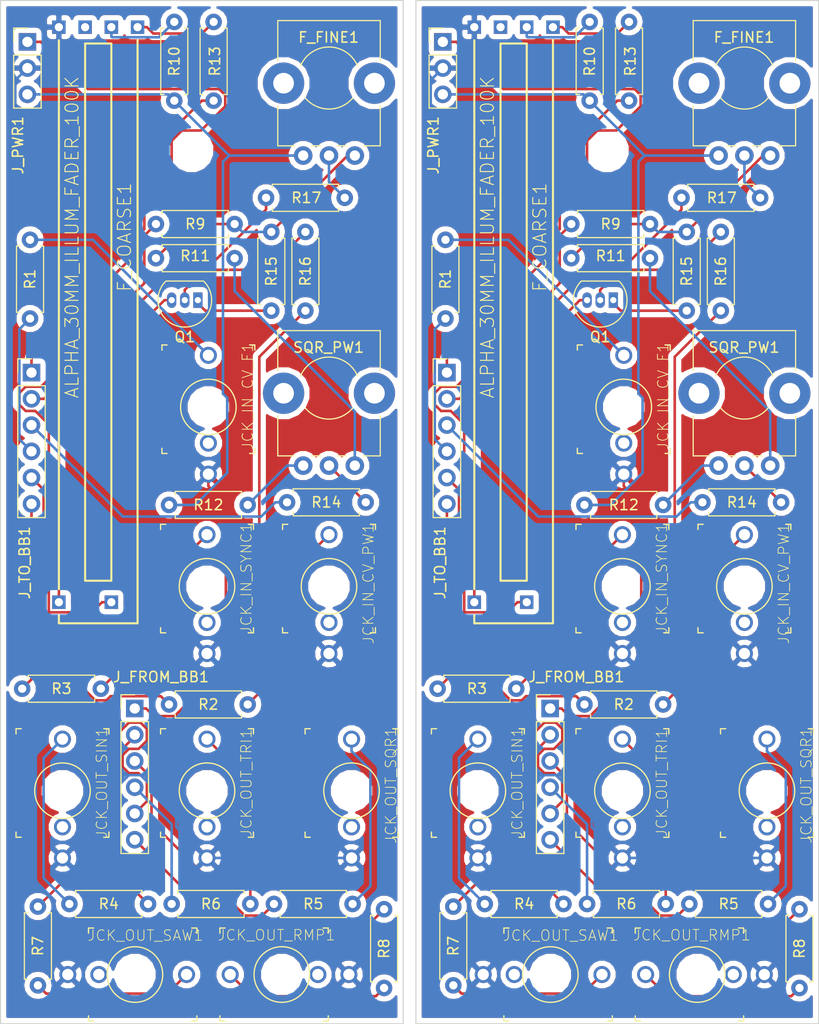
<source format=kicad_pcb>
(kicad_pcb (version 20171130) (host pcbnew "(2018-01-23 revision 975c08c46)-makepkg")
  (title_block (title "LFO PCB") (date 2018-01-14) (rev 1) (company "Coriolis Instruments"))
  (layers (0 F.Cu signal) (31 B.Cu signal) (34 B.Paste user) (35 F.Paste user) (36 B.SilkS user) (37 F.SilkS user) (38 B.Mask user) (39 F.Mask user) (44 Edge.Cuts user))
  (net 0 "")
  (net 1 "Net-(F_COARSE1-Pad1)")
  (net 2 "Net-(F_COARSE1-Pad2)")
  (net 3 "Net-(F_COARSE1-Pad3)")
  (net 4 "Net-(F_COARSE1-PadB)")
  (net 5 "Net-(F_FINE1-Pad2)")
  (net 6 "Net-(JCK_IN_CV_F1-PadP$1_TIP)")
  (net 7 "Net-(JCK_IN_CV_PW1-PadP$1_TIP)")
  (net 8 "Net-(JCK_IN_SYNC1-PadP$1_TIP)")
  (net 9 "Net-(JCK_OUT_RMP1-PadP$1_TIP)")
  (net 10 "Net-(JCK_OUT_SAW1-PadP$1_TIP)")
  (net 11 "Net-(JCK_OUT_SIN1-PadP$1_TIP)")
  (net 12 "Net-(JCK_OUT_SQR1-PadP$1_TIP)")
  (net 13 "Net-(JCK_OUT_TRI1-PadP$1_TIP)")
  (net 14 "Net-(Q1-Pad1)")
  (net 15 "Net-(Q1-Pad2)")
  (net 16 "Net-(R11-Pad1)")
  (net 17 "Net-(R12-Pad1)")
  (net 18 "Net-(R14-Pad1)")
  (net 19 "/LFO front board/GND_FB")
  (net 20 "/LFO front board/+12V_FB")
  (net 21 "/LFO front board/-12V_FB")
  (net 22 "/LFO front board/RMP_FB")
  (net 23 "/LFO front board/SAW_FB")
  (net 24 "/LFO front board/TRI_FB")
  (net 25 "/LFO front board/SQR_FB")
  (net 26 "/LFO front board/SIN_FB")
  (net 27 "/LFO front board/LED_RATE_FB")
  (net 28 "/LFO front board/V_SYNC_FB")
  (net 29 "/LFO front board/V_CV_PW_FB")
  (net 30 "/LFO front board/V_CV_F_FB")
  (net 31 "/LFO front board/V_PW_FB")
  (net 32 "/LFO front board/V_FF_FB")
  (net 33 "/LFO front board/V_CF_FB")
  (module Potentiometers:Potentiometer_Alps_RK09K_Horizontal (layer F.Cu) (at 261.0212 95.508 90)
    (fp_text reference SQR_PW1 (at 11.43 -2.54 180) (layer F.SilkS))
    (fp_text value 100K)
    (pad 0 np_thru_hole circle (at 7 1.9 90) (size 4 4) (drill 2) (layers *.Cu *.Mask))
    (pad 0 np_thru_hole circle (at 7 -6.9 90) (size 4 4) (drill 2) (layers *.Cu *.Mask))
    (pad 1 thru_hole circle (at 0 0 90) (size 1.8 1.8) (drill 1) (layers *.Cu *.Mask) (net 16 "Net-(R11-Pad1)"))
    (pad 2 thru_hole circle (at 0 -2.5 90) (size 1.8 1.8) (drill 1) (layers *.Cu *.Mask) (net 18 "Net-(R14-Pad1)"))
    (pad 3 thru_hole circle (at 0 -5 90) (size 1.8 1.8) (drill 1) (layers *.Cu *.Mask) (net 17 "Net-(R12-Pad1)"))
  )
  (module Resistors_THT:R_Axial_DIN0207_L6.3mm_D2.5mm_P7.62mm_Horizontal (layer F.Cu) (at 252.4252 69.596)
    (fp_text reference R17 (at 3.904999 0) (layer F.SilkS))
    (fp_text value 3M)
    (pad 2 thru_hole oval (at 7.62 0) (size 1.6 1.6) (drill 0.8) (layers *.Cu *.Mask) (net 5 "Net-(F_FINE1-Pad2)"))
    (pad 1 thru_hole circle (at 0 0) (size 1.6 1.6) (drill 0.8) (layers *.Cu *.Mask) (net 32 "/LFO front board/V_FF_FB"))
  )
  (module Pin_Headers:Pin_Header_Straight_1x06_Pitch2.54mm (layer F.Cu) (at 239.7052 119.008)
    (fp_text reference J_FROM_BB1 (at 2.54 -3.048) (layer F.SilkS))
    (fp_text value Conn_01x06_Male)
    (pad 6 thru_hole oval (at 0 12.7) (size 1.7 1.7) (drill 1) (layers *.Cu *.Mask) (net 22 "/LFO front board/RMP_FB"))
    (pad 5 thru_hole oval (at 0 10.16) (size 1.7 1.7) (drill 1) (layers *.Cu *.Mask) (net 23 "/LFO front board/SAW_FB"))
    (pad 4 thru_hole oval (at 0 7.62) (size 1.7 1.7) (drill 1) (layers *.Cu *.Mask) (net 24 "/LFO front board/TRI_FB"))
    (pad 3 thru_hole oval (at 0 5.08) (size 1.7 1.7) (drill 1) (layers *.Cu *.Mask) (net 25 "/LFO front board/SQR_FB"))
    (pad 2 thru_hole oval (at 0 2.54) (size 1.7 1.7) (drill 1) (layers *.Cu *.Mask) (net 26 "/LFO front board/SIN_FB"))
    (pad 1 thru_hole rect (at 0 0) (size 1.7 1.7) (drill 1) (layers *.Cu *.Mask) (net 27 "/LFO front board/LED_RATE_FB"))
  )
  (module Pin_Headers:Pin_Header_Straight_1x06_Pitch2.54mm (layer F.Cu) (at 229.7052 86.508)
    (fp_text reference J_TO_BB1 (at -0.664 18.394 90) (layer F.SilkS))
    (fp_text value Conn_01x06_Male)
    (pad 1 thru_hole rect (at 0 0) (size 1.7 1.7) (drill 1) (layers *.Cu *.Mask) (net 33 "/LFO front board/V_CF_FB"))
    (pad 2 thru_hole oval (at 0 2.54) (size 1.7 1.7) (drill 1) (layers *.Cu *.Mask) (net 32 "/LFO front board/V_FF_FB"))
    (pad 3 thru_hole oval (at 0 5.08) (size 1.7 1.7) (drill 1) (layers *.Cu *.Mask) (net 31 "/LFO front board/V_PW_FB"))
    (pad 4 thru_hole oval (at 0 7.62) (size 1.7 1.7) (drill 1) (layers *.Cu *.Mask) (net 30 "/LFO front board/V_CV_F_FB"))
    (pad 5 thru_hole oval (at 0 10.16) (size 1.7 1.7) (drill 1) (layers *.Cu *.Mask) (net 29 "/LFO front board/V_CV_PW_FB"))
    (pad 6 thru_hole oval (at 0 12.7) (size 1.7 1.7) (drill 1) (layers *.Cu *.Mask) (net 28 "/LFO front board/V_SYNC_FB"))
  )
  (module Pin_Headers:Pin_Header_Straight_1x03_Pitch2.54mm (layer F.Cu) (at 229.3112 54.508)
    (fp_text reference J_PWR1 (at -0.918 10.008 90) (layer F.SilkS))
    (fp_text value Conn_01x03_Male)
    (pad 1 thru_hole rect (at 0 0) (size 1.7 1.7) (drill 1) (layers *.Cu *.Mask) (net 20 "/LFO front board/+12V_FB"))
    (pad 2 thru_hole oval (at 0 2.54) (size 1.7 1.7) (drill 1) (layers *.Cu *.Mask) (net 19 "/LFO front board/GND_FB"))
    (pad 3 thru_hole oval (at 0 5.08) (size 1.7 1.7) (drill 1) (layers *.Cu *.Mask) (net 21 "/LFO front board/-12V_FB"))
  )
  (module Coriolis-KiCad:ALPHA_ILL_FADER_45MM (layer F.Cu) (at 236.1692 73.406 270)
    (fp_text reference F_COARSE1 (at 0 -2.54 270) (layer F.SilkS) (effects (font (size 1.27 1.27) (thickness 0.1016))))
    (fp_text value ALPHA_30MM_ILLUM_FADER_100K (at 0 2.54 270) (layer F.SilkS) (effects (font (size 1.27 1.27) (thickness 0.1016))))
    (pad 1 thru_hole rect (at -20.32 -1.27 270) (size 1.30556 1.30556) (drill 0.79756) (layers *.Cu *.Paste *.Mask) (net 1 "Net-(F_COARSE1-Pad1)"))
    (pad 2 thru_hole rect (at -20.32 -3.81 270) (size 1.30556 1.30556) (drill 0.79756) (layers *.Cu *.Paste *.Mask) (net 2 "Net-(F_COARSE1-Pad2)"))
    (pad 3 thru_hole rect (at 35.32 -1.27 270) (size 1.30556 1.30556) (drill 0.79756) (layers *.Cu *.Paste *.Mask) (net 3 "Net-(F_COARSE1-Pad3)"))
    (pad B thru_hole rect (at 35.32 3.81 270) (size 1.30556 1.30556) (drill 0.79756) (layers *.Cu *.Paste *.Mask) (net 4 "Net-(F_COARSE1-PadB)"))
    (pad E thru_hole rect (at -20.32 3.81 270) (size 1.30556 1.30556) (drill 0.79756) (layers *.Cu *.Paste *.Mask) (net 19 "/LFO front board/GND_FB"))
    (pad L thru_hole rect (at -20.32 1.27 270) (size 1.30556 1.30556) (drill 0.79756) (layers *.Cu *.Paste *.Mask))
  )
  (module Coriolis-KiCad:WQP-PJ301M-12_JACK (layer F.Cu) (at 232.7052 126.968)
    (fp_text reference JCK_OUT_SIN1 (at 3.81 -0.762 270) (layer F.SilkS) (effects (font (size 1.016 1.016) (thickness 0.0762))))
    (fp_text value THONKICONNNEW hide)
    (pad P$3_SLEEVE thru_hole circle (at 0 6.49986) (size 1.64846 1.64846) (drill 1.09982) (layers *.Cu *.Paste *.Mask) (net 19 "/LFO front board/GND_FB"))
    (pad P$2_SWITCH thru_hole circle (at 0 3.49758) (size 1.64846 1.64846) (drill 1.09982) (layers *.Cu *.Paste *.Mask))
    (pad P$1_TIP thru_hole circle (at 0 -4.99872) (size 1.64846 1.64846) (drill 1.09982) (layers *.Cu *.Paste *.Mask) (net 11 "Net-(JCK_OUT_SIN1-PadP$1_TIP)"))
    (pad "" np_thru_hole circle (at 0 0) (size 3 3) (drill 3) (layers *.Cu *.Mask))
  )
  (module Coriolis-KiCad:WQP-PJ301M-12_JACK (layer F.Cu) (at 246.7052 107.188)
    (fp_text reference JCK_IN_SYNC1 (at 3.81 -0.762 270) (layer F.SilkS) (effects (font (size 1.016 1.016) (thickness 0.0762))))
    (fp_text value THONKICONNNEW hide)
    (pad P$3_SLEEVE thru_hole circle (at 0 6.49986) (size 1.64846 1.64846) (drill 1.09982) (layers *.Cu *.Paste *.Mask) (net 19 "/LFO front board/GND_FB"))
    (pad P$2_SWITCH thru_hole circle (at 0 3.49758) (size 1.64846 1.64846) (drill 1.09982) (layers *.Cu *.Paste *.Mask))
    (pad P$1_TIP thru_hole circle (at 0 -4.99872) (size 1.64846 1.64846) (drill 1.09982) (layers *.Cu *.Paste *.Mask) (net 8 "Net-(JCK_IN_SYNC1-PadP$1_TIP)"))
    (pad "" np_thru_hole circle (at 0 0) (size 3 3) (drill 3) (layers *.Cu *.Mask))
  )
  (module Coriolis-KiCad:WQP-PJ301M-12_JACK (layer F.Cu) (at 258.5212 107.188)
    (fp_text reference JCK_IN_CV_PW1 (at 3.81 -0.254 270) (layer F.SilkS) (effects (font (size 1.016 1.016) (thickness 0.0762))))
    (fp_text value THONKICONNNEW hide)
    (pad P$3_SLEEVE thru_hole circle (at 0 6.49986) (size 1.64846 1.64846) (drill 1.09982) (layers *.Cu *.Paste *.Mask) (net 19 "/LFO front board/GND_FB"))
    (pad P$2_SWITCH thru_hole circle (at 0 3.49758) (size 1.64846 1.64846) (drill 1.09982) (layers *.Cu *.Paste *.Mask))
    (pad P$1_TIP thru_hole circle (at 0 -4.99872) (size 1.64846 1.64846) (drill 1.09982) (layers *.Cu *.Paste *.Mask) (net 7 "Net-(JCK_IN_CV_PW1-PadP$1_TIP)"))
    (pad "" np_thru_hole circle (at 0 0) (size 3 3) (drill 3) (layers *.Cu *.Mask))
  )
  (module Coriolis-KiCad:WQP-PJ301M-12_JACK (layer F.Cu) (at 246.8372 89.83472)
    (fp_text reference JCK_IN_CV_F1 (at 3.81 -1.016 270) (layer F.SilkS) (effects (font (size 1.016 1.016) (thickness 0.0762))))
    (fp_text value THONKICONNNEW hide)
    (pad P$3_SLEEVE thru_hole circle (at 0 6.49986) (size 1.64846 1.64846) (drill 1.09982) (layers *.Cu *.Paste *.Mask) (net 19 "/LFO front board/GND_FB"))
    (pad P$2_SWITCH thru_hole circle (at 0 3.49758) (size 1.64846 1.64846) (drill 1.09982) (layers *.Cu *.Paste *.Mask))
    (pad P$1_TIP thru_hole circle (at 0 -4.99872) (size 1.64846 1.64846) (drill 1.09982) (layers *.Cu *.Paste *.Mask) (net 6 "Net-(JCK_IN_CV_F1-PadP$1_TIP)"))
    (pad "" np_thru_hole circle (at 0 0) (size 3 3) (drill 3) (layers *.Cu *.Mask))
  )
  (module Mounting_Holes:MountingHole_3.2mm_M3 (layer F.Cu) (at 245.2052 65.008 180)
    (fp_text reference screw hide)
    (fp_text value MountingHole_3.2mm_M3)
    (pad 1 np_thru_hole circle (at 0 0 180) (size 3.2 3.2) (drill 3.2) (layers *.Cu *.Mask))
  )
  (module Coriolis-KiCad:WQP-PJ301M-12_JACK (layer F.Cu) (at 253.9492 144.748 90)
    (fp_text reference JCK_OUT_RMP1 (at 3.81 -0.508) (layer F.SilkS) (effects (font (size 1.016 1.016) (thickness 0.0762))))
    (fp_text value THONKICONNNEW hide)
    (pad P$3_SLEEVE thru_hole circle (at 0 6.49986 90) (size 1.64846 1.64846) (drill 1.09982) (layers *.Cu *.Paste *.Mask) (net 19 "/LFO front board/GND_FB"))
    (pad P$2_SWITCH thru_hole circle (at 0 3.49758 90) (size 1.64846 1.64846) (drill 1.09982) (layers *.Cu *.Paste *.Mask))
    (pad P$1_TIP thru_hole circle (at 0 -4.99872 90) (size 1.64846 1.64846) (drill 1.09982) (layers *.Cu *.Paste *.Mask) (net 9 "Net-(JCK_OUT_RMP1-PadP$1_TIP)"))
    (pad "" np_thru_hole circle (at 0 0 90) (size 3 3) (drill 3) (layers *.Cu *.Mask))
  )
  (module Coriolis-KiCad:WQP-PJ301M-12_JACK (layer F.Cu) (at 239.7252 144.748 270)
    (fp_text reference JCK_OUT_SAW1 (at -3.778 -1.016 180) (layer F.SilkS) (effects (font (size 1.016 1.016) (thickness 0.0762))))
    (fp_text value THONKICONNNEW hide)
    (pad P$3_SLEEVE thru_hole circle (at 0 6.49986 270) (size 1.64846 1.64846) (drill 1.09982) (layers *.Cu *.Paste *.Mask) (net 19 "/LFO front board/GND_FB"))
    (pad P$2_SWITCH thru_hole circle (at 0 3.49758 270) (size 1.64846 1.64846) (drill 1.09982) (layers *.Cu *.Paste *.Mask))
    (pad P$1_TIP thru_hole circle (at 0 -4.99872 270) (size 1.64846 1.64846) (drill 1.09982) (layers *.Cu *.Paste *.Mask) (net 10 "Net-(JCK_OUT_SAW1-PadP$1_TIP)"))
    (pad "" np_thru_hole circle (at 0 0 270) (size 3 3) (drill 3) (layers *.Cu *.Mask))
  )
  (module Resistors_THT:R_Axial_DIN0207_L6.3mm_D2.5mm_P7.62mm_Horizontal (layer F.Cu) (at 263.8552 138.43 270)
    (fp_text reference R8 (at 3.81 0 270) (layer F.SilkS))
    (fp_text value 1K)
    (pad 2 thru_hole oval (at 7.62 0 270) (size 1.6 1.6) (drill 0.8) (layers *.Cu *.Mask) (net 9 "Net-(JCK_OUT_RMP1-PadP$1_TIP)"))
    (pad 1 thru_hole circle (at 0 0 270) (size 1.6 1.6) (drill 0.8) (layers *.Cu *.Mask) (net 22 "/LFO front board/RMP_FB"))
  )
  (module Resistors_THT:R_Axial_DIN0207_L6.3mm_D2.5mm_P7.62mm_Horizontal (layer F.Cu) (at 228.8032 117.094)
    (fp_text reference R3 (at 3.81 0) (layer F.SilkS))
    (fp_text value 100K)
    (pad 2 thru_hole oval (at 7.62 0) (size 1.6 1.6) (drill 0.8) (layers *.Cu *.Mask) (net 8 "Net-(JCK_IN_SYNC1-PadP$1_TIP)"))
    (pad 1 thru_hole circle (at 0 0) (size 1.6 1.6) (drill 0.8) (layers *.Cu *.Mask) (net 28 "/LFO front board/V_SYNC_FB"))
  )
  (module Resistors_THT:R_Axial_DIN0207_L6.3mm_D2.5mm_P7.62mm_Horizontal (layer F.Cu) (at 243.0272 118.618)
    (fp_text reference R2 (at 3.81 0) (layer F.SilkS))
    (fp_text value 10K)
    (pad 1 thru_hole circle (at 0 0) (size 1.6 1.6) (drill 0.8) (layers *.Cu *.Mask) (net 29 "/LFO front board/V_CV_PW_FB"))
    (pad 2 thru_hole oval (at 7.62 0) (size 1.6 1.6) (drill 0.8) (layers *.Cu *.Mask) (net 7 "Net-(JCK_IN_CV_PW1-PadP$1_TIP)"))
  )
  (module Potentiometers:Potentiometer_Alps_RK09K_Horizontal (layer F.Cu) (at 261.0212 65.508 90)
    (fp_text reference F_FINE1 (at 11.43 -2.54 180) (layer F.SilkS))
    (fp_text value 100K)
    (pad 3 thru_hole circle (at 0 -5 90) (size 1.8 1.8) (drill 1) (layers *.Cu *.Mask) (net 21 "/LFO front board/-12V_FB"))
    (pad 2 thru_hole circle (at 0 -2.5 90) (size 1.8 1.8) (drill 1) (layers *.Cu *.Mask) (net 5 "Net-(F_FINE1-Pad2)"))
    (pad 1 thru_hole circle (at 0 0 90) (size 1.8 1.8) (drill 1) (layers *.Cu *.Mask) (net 20 "/LFO front board/+12V_FB"))
    (pad 0 np_thru_hole circle (at 7 -6.9 90) (size 4 4) (drill 2) (layers *.Cu *.Mask))
    (pad 0 np_thru_hole circle (at 7 1.9 90) (size 4 4) (drill 2) (layers *.Cu *.Mask))
  )
  (module Resistors_THT:R_Axial_DIN0207_L6.3mm_D2.5mm_P7.62mm_Horizontal (layer F.Cu) (at 229.5652 81.28 90)
    (fp_text reference R1 (at 3.81 0 90) (layer F.SilkS))
    (fp_text value 100K)
    (pad 2 thru_hole oval (at 7.62 0 90) (size 1.6 1.6) (drill 0.8) (layers *.Cu *.Mask) (net 6 "Net-(JCK_IN_CV_F1-PadP$1_TIP)"))
    (pad 1 thru_hole circle (at 0 0 90) (size 1.6 1.6) (drill 0.8) (layers *.Cu *.Mask) (net 30 "/LFO front board/V_CV_F_FB"))
  )
  (module Resistors_THT:R_Axial_DIN0207_L6.3mm_D2.5mm_P7.62mm_Horizontal (layer F.Cu) (at 249.3772 72.136 180)
    (fp_text reference R9 (at 3.81 0 180) (layer F.SilkS))
    (fp_text value 27K)
    (pad 1 thru_hole circle (at 0 0 180) (size 1.6 1.6) (drill 0.8) (layers *.Cu *.Mask) (net 20 "/LFO front board/+12V_FB"))
    (pad 2 thru_hole oval (at 7.62 0 180) (size 1.6 1.6) (drill 0.8) (layers *.Cu *.Mask) (net 3 "Net-(F_COARSE1-Pad3)"))
  )
  (module TO_SOT_Packages_THT:TO-92_Inline_Narrow_Oval (layer F.Cu) (at 245.8212 79.502 180)
    (fp_text reference Q1 (at 1.27 -3.56 180) (layer F.SilkS))
    (fp_text value BC547)
    (pad 2 thru_hole oval (at 1.27 0) (size 0.9 1.5) (drill 0.6) (layers *.Cu *.Mask) (net 15 "Net-(Q1-Pad2)"))
    (pad 3 thru_hole oval (at 2.54 0) (size 0.9 1.5) (drill 0.6) (layers *.Cu *.Mask) (net 4 "Net-(F_COARSE1-PadB)"))
    (pad 1 thru_hole rect (at 0 0) (size 0.9 1.5) (drill 0.6) (layers *.Cu *.Mask) (net 14 "Net-(Q1-Pad1)"))
  )
  (module Resistors_THT:R_Axial_DIN0207_L6.3mm_D2.5mm_P7.62mm_Horizontal (layer F.Cu) (at 243.5352 52.578 270)
    (fp_text reference R10 (at 3.81 0 270) (layer F.SilkS))
    (fp_text value 27K)
    (pad 2 thru_hole oval (at 7.62 0 270) (size 1.6 1.6) (drill 0.8) (layers *.Cu *.Mask) (net 21 "/LFO front board/-12V_FB"))
    (pad 1 thru_hole circle (at 0 0 270) (size 1.6 1.6) (drill 0.8) (layers *.Cu *.Mask) (net 1 "Net-(F_COARSE1-Pad1)"))
  )
  (module Resistors_THT:R_Axial_DIN0207_L6.3mm_D2.5mm_P7.62mm_Horizontal (layer F.Cu) (at 230.3272 138.176 270)
    (fp_text reference R7 (at 3.81 0 270) (layer F.SilkS))
    (fp_text value 1K)
    (pad 1 thru_hole circle (at 0 0 270) (size 1.6 1.6) (drill 0.8) (layers *.Cu *.Mask) (net 23 "/LFO front board/SAW_FB"))
    (pad 2 thru_hole oval (at 7.62 0 270) (size 1.6 1.6) (drill 0.8) (layers *.Cu *.Mask) (net 10 "Net-(JCK_OUT_SAW1-PadP$1_TIP)"))
  )
  (module Resistors_THT:R_Axial_DIN0207_L6.3mm_D2.5mm_P7.62mm_Horizontal (layer F.Cu) (at 243.2812 137.922)
    (fp_text reference R6 (at 3.81 0) (layer F.SilkS))
    (fp_text value 1K)
    (pad 2 thru_hole oval (at 7.62 0) (size 1.6 1.6) (drill 0.8) (layers *.Cu *.Mask) (net 13 "Net-(JCK_OUT_TRI1-PadP$1_TIP)"))
    (pad 1 thru_hole circle (at 0 0) (size 1.6 1.6) (drill 0.8) (layers *.Cu *.Mask) (net 24 "/LFO front board/TRI_FB"))
  )
  (module Resistors_THT:R_Axial_DIN0207_L6.3mm_D2.5mm_P7.62mm_Horizontal (layer F.Cu) (at 240.9952 137.922 180)
    (fp_text reference R4 (at 3.81 0 180) (layer F.SilkS))
    (fp_text value 1K)
    (pad 2 thru_hole oval (at 7.62 0 180) (size 1.6 1.6) (drill 0.8) (layers *.Cu *.Mask) (net 11 "Net-(JCK_OUT_SIN1-PadP$1_TIP)"))
    (pad 1 thru_hole circle (at 0 0 180) (size 1.6 1.6) (drill 0.8) (layers *.Cu *.Mask) (net 26 "/LFO front board/SIN_FB"))
  )
  (module Coriolis-KiCad:WQP-PJ301M-12_JACK (layer F.Cu) (at 260.7052 126.968)
    (fp_text reference JCK_OUT_SQR1 (at 3.81 -0.508 270) (layer F.SilkS) (effects (font (size 1.016 1.016) (thickness 0.0762))))
    (fp_text value THONKICONNNEW hide)
    (pad P$3_SLEEVE thru_hole circle (at 0 6.49986) (size 1.64846 1.64846) (drill 1.09982) (layers *.Cu *.Paste *.Mask) (net 19 "/LFO front board/GND_FB"))
    (pad P$2_SWITCH thru_hole circle (at 0 3.49758) (size 1.64846 1.64846) (drill 1.09982) (layers *.Cu *.Paste *.Mask))
    (pad P$1_TIP thru_hole circle (at 0 -4.99872) (size 1.64846 1.64846) (drill 1.09982) (layers *.Cu *.Paste *.Mask) (net 12 "Net-(JCK_OUT_SQR1-PadP$1_TIP)"))
    (pad "" np_thru_hole circle (at 0 0) (size 3 3) (drill 3) (layers *.Cu *.Mask))
  )
  (module Resistors_THT:R_Axial_DIN0207_L6.3mm_D2.5mm_P7.62mm_Horizontal (layer F.Cu) (at 253.1872 137.922)
    (fp_text reference R5 (at 3.81 0) (layer F.SilkS))
    (fp_text value 1K)
    (pad 2 thru_hole oval (at 7.62 0) (size 1.6 1.6) (drill 0.8) (layers *.Cu *.Mask) (net 12 "Net-(JCK_OUT_SQR1-PadP$1_TIP)"))
    (pad 1 thru_hole circle (at 0 0) (size 1.6 1.6) (drill 0.8) (layers *.Cu *.Mask) (net 25 "/LFO front board/SQR_FB"))
  )
  (module Coriolis-KiCad:WQP-PJ301M-12_JACK (layer F.Cu) (at 246.7052 126.968)
    (fp_text reference JCK_OUT_TRI1 (at 3.81 -0.762 270) (layer F.SilkS) (effects (font (size 1.016 1.016) (thickness 0.0762))))
    (fp_text value THONKICONNNEW hide)
    (pad P$3_SLEEVE thru_hole circle (at 0 6.49986) (size 1.64846 1.64846) (drill 1.09982) (layers *.Cu *.Paste *.Mask) (net 19 "/LFO front board/GND_FB"))
    (pad P$2_SWITCH thru_hole circle (at 0 3.49758) (size 1.64846 1.64846) (drill 1.09982) (layers *.Cu *.Paste *.Mask))
    (pad P$1_TIP thru_hole circle (at 0 -4.99872) (size 1.64846 1.64846) (drill 1.09982) (layers *.Cu *.Paste *.Mask) (net 13 "Net-(JCK_OUT_TRI1-PadP$1_TIP)"))
    (pad "" np_thru_hole circle (at 0 0) (size 3 3) (drill 3) (layers *.Cu *.Mask))
  )
  (module Resistors_THT:R_Axial_DIN0207_L6.3mm_D2.5mm_P7.62mm_Horizontal (layer F.Cu) (at 256.2352 72.898 270)
    (fp_text reference R16 (at 3.81 0 270) (layer F.SilkS))
    (fp_text value 100K)
    (pad 1 thru_hole circle (at 0 0 270) (size 1.6 1.6) (drill 0.8) (layers *.Cu *.Mask) (net 15 "Net-(Q1-Pad2)"))
    (pad 2 thru_hole oval (at 7.62 0 270) (size 1.6 1.6) (drill 0.8) (layers *.Cu *.Mask) (net 27 "/LFO front board/LED_RATE_FB"))
  )
  (module Resistors_THT:R_Axial_DIN0207_L6.3mm_D2.5mm_P7.62mm_Horizontal (layer F.Cu) (at 252.9332 80.518 90)
    (fp_text reference R15 (at 3.81 0 90) (layer F.SilkS))
    (fp_text value 2K)
    (pad 2 thru_hole oval (at 7.62 0 90) (size 1.6 1.6) (drill 0.8) (layers *.Cu *.Mask) (net 20 "/LFO front board/+12V_FB"))
    (pad 1 thru_hole circle (at 0 0 90) (size 1.6 1.6) (drill 0.8) (layers *.Cu *.Mask) (net 14 "Net-(Q1-Pad1)"))
  )
  (module Resistors_THT:R_Axial_DIN0207_L6.3mm_D2.5mm_P7.62mm_Horizontal (layer F.Cu) (at 250.6472 99.314 180)
    (fp_text reference R12 (at 3.81 0 180) (layer F.SilkS))
    (fp_text value 100K)
    (pad 2 thru_hole oval (at 7.62 0 180) (size 1.6 1.6) (drill 0.8) (layers *.Cu *.Mask) (net 21 "/LFO front board/-12V_FB"))
    (pad 1 thru_hole circle (at 0 0 180) (size 1.6 1.6) (drill 0.8) (layers *.Cu *.Mask) (net 17 "Net-(R12-Pad1)"))
  )
  (module Resistors_THT:R_Axial_DIN0207_L6.3mm_D2.5mm_P7.62mm_Horizontal (layer F.Cu) (at 262.0772 99.06 180)
    (fp_text reference R14 (at 3.81 0 180) (layer F.SilkS))
    (fp_text value 10K)
    (pad 1 thru_hole circle (at 0 0 180) (size 1.6 1.6) (drill 0.8) (layers *.Cu *.Mask) (net 18 "Net-(R14-Pad1)"))
    (pad 2 thru_hole oval (at 7.62 0 180) (size 1.6 1.6) (drill 0.8) (layers *.Cu *.Mask) (net 31 "/LFO front board/V_PW_FB"))
  )
  (module Resistors_THT:R_Axial_DIN0207_L6.3mm_D2.5mm_P7.62mm_Horizontal (layer F.Cu) (at 247.3452 60.198 90)
    (fp_text reference R13 (at 3.81 0.127 90) (layer F.SilkS))
    (fp_text value 100K)
    (pad 1 thru_hole circle (at 0 0 90) (size 1.6 1.6) (drill 0.8) (layers *.Cu *.Mask) (net 33 "/LFO front board/V_CF_FB"))
    (pad 2 thru_hole oval (at 7.62 0 90) (size 1.6 1.6) (drill 0.8) (layers *.Cu *.Mask) (net 2 "Net-(F_COARSE1-Pad2)"))
  )
  (module Resistors_THT:R_Axial_DIN0207_L6.3mm_D2.5mm_P7.62mm_Horizontal (layer F.Cu) (at 249.3772 75.438 180)
    (fp_text reference R11 (at 3.81 0.2225 180) (layer F.SilkS))
    (fp_text value 100K)
    (pad 1 thru_hole circle (at 0 0 180) (size 1.6 1.6) (drill 0.8) (layers *.Cu *.Mask) (net 16 "Net-(R11-Pad1)"))
    (pad 2 thru_hole oval (at 7.62 0 180) (size 1.6 1.6) (drill 0.8) (layers *.Cu *.Mask) (net 20 "/LFO front board/+12V_FB"))
  )
  (module Coriolis-KiCad:WQP-PJ301M-12_JACK (layer F.Cu) (at 213.7156 144.748 90)
    (fp_text reference JCK_OUT_RMP1 (at 3.81 -0.508) (layer F.SilkS) (effects (font (size 1.016 1.016) (thickness 0.0762))))
    (fp_text value THONKICONNNEW hide)
    (pad "" np_thru_hole circle (at 0 0 90) (size 3 3) (drill 3) (layers *.Cu *.Mask))
    (pad P$1_TIP thru_hole circle (at 0 -4.99872 90) (size 1.64846 1.64846) (drill 1.09982) (layers *.Cu *.Paste *.Mask) (net 9 "Net-(JCK_OUT_RMP1-PadP$1_TIP)"))
    (pad P$2_SWITCH thru_hole circle (at 0 3.49758 90) (size 1.64846 1.64846) (drill 1.09982) (layers *.Cu *.Paste *.Mask))
    (pad P$3_SLEEVE thru_hole circle (at 0 6.49986 90) (size 1.64846 1.64846) (drill 1.09982) (layers *.Cu *.Paste *.Mask) (net 19 "/LFO front board/GND_FB"))
  )
  (module Coriolis-KiCad:WQP-PJ301M-12_JACK (layer F.Cu) (at 199.4916 144.748 270)
    (fp_text reference JCK_OUT_SAW1 (at -3.778 -1.016 180) (layer F.SilkS) (effects (font (size 1.016 1.016) (thickness 0.0762))))
    (fp_text value THONKICONNNEW hide)
    (pad "" np_thru_hole circle (at 0 0 270) (size 3 3) (drill 3) (layers *.Cu *.Mask))
    (pad P$1_TIP thru_hole circle (at 0 -4.99872 270) (size 1.64846 1.64846) (drill 1.09982) (layers *.Cu *.Paste *.Mask) (net 10 "Net-(JCK_OUT_SAW1-PadP$1_TIP)"))
    (pad P$2_SWITCH thru_hole circle (at 0 3.49758 270) (size 1.64846 1.64846) (drill 1.09982) (layers *.Cu *.Paste *.Mask))
    (pad P$3_SLEEVE thru_hole circle (at 0 6.49986 270) (size 1.64846 1.64846) (drill 1.09982) (layers *.Cu *.Paste *.Mask) (net 19 "/LFO front board/GND_FB"))
  )
  (module Mounting_Holes:MountingHole_3.2mm_M3 (layer F.Cu) (at 204.9716 65.008 180)
    (fp_text reference screw hide)
    (fp_text value MountingHole_3.2mm_M3)
    (pad 1 np_thru_hole circle (at 0 0 180) (size 3.2 3.2) (drill 3.2) (layers *.Cu *.Mask))
  )
  (module Coriolis-KiCad:WQP-PJ301M-12_JACK (layer F.Cu) (at 206.6036 89.83472)
    (fp_text reference JCK_IN_CV_F1 (at 3.81 -1.016 270) (layer F.SilkS) (effects (font (size 1.016 1.016) (thickness 0.0762))))
    (fp_text value THONKICONNNEW hide)
    (pad "" np_thru_hole circle (at 0 0) (size 3 3) (drill 3) (layers *.Cu *.Mask))
    (pad P$1_TIP thru_hole circle (at 0 -4.99872) (size 1.64846 1.64846) (drill 1.09982) (layers *.Cu *.Paste *.Mask) (net 6 "Net-(JCK_IN_CV_F1-PadP$1_TIP)"))
    (pad P$2_SWITCH thru_hole circle (at 0 3.49758) (size 1.64846 1.64846) (drill 1.09982) (layers *.Cu *.Paste *.Mask))
    (pad P$3_SLEEVE thru_hole circle (at 0 6.49986) (size 1.64846 1.64846) (drill 1.09982) (layers *.Cu *.Paste *.Mask) (net 19 "/LFO front board/GND_FB"))
  )
  (module Mounting_Holes:MountingHole_3.2mm_M3 (layer F.Cu) (at 245.16 65.008 180)
    (fp_text reference screw hide)
    (fp_text value MountingHole_3.2mm_M3)
    (pad 1 np_thru_hole circle (at 0 0 180) (size 3.2 3.2) (drill 3.2) (layers *.Cu *.Mask))
  )
  (module Mounting_Holes:MountingHole_3.2mm_M3 (layer F.Cu) (at 205 65.008 180)
    (fp_text reference screw hide)
    (fp_text value MountingHole_3.2mm_M3)
    (pad 1 np_thru_hole circle (at 0 0 180) (size 3.2 3.2) (drill 3.2) (layers *.Cu *.Mask))
  )
  (module Coriolis-KiCad:ALPHA_ILL_FADER_45MM (layer F.Cu) (at 195.9356 73.406 270)
    (fp_text reference F_COARSE1 (at 0 -2.54 270) (layer F.SilkS) (effects (font (size 1.27 1.27) (thickness 0.1016))))
    (fp_text value ALPHA_30MM_ILLUM_FADER_100K (at 0 2.54 270) (layer F.SilkS) (effects (font (size 1.27 1.27) (thickness 0.1016))))
    (pad L thru_hole rect (at -20.32 1.27 270) (size 1.30556 1.30556) (drill 0.79756) (layers *.Cu *.Paste *.Mask))
    (pad E thru_hole rect (at -20.32 3.81 270) (size 1.30556 1.30556) (drill 0.79756) (layers *.Cu *.Paste *.Mask) (net 19 "/LFO front board/GND_FB"))
    (pad B thru_hole rect (at 35.32 3.81 270) (size 1.30556 1.30556) (drill 0.79756) (layers *.Cu *.Paste *.Mask) (net 4 "Net-(F_COARSE1-PadB)"))
    (pad 3 thru_hole rect (at 35.32 -1.27 270) (size 1.30556 1.30556) (drill 0.79756) (layers *.Cu *.Paste *.Mask) (net 3 "Net-(F_COARSE1-Pad3)"))
    (pad 2 thru_hole rect (at -20.32 -3.81 270) (size 1.30556 1.30556) (drill 0.79756) (layers *.Cu *.Paste *.Mask) (net 2 "Net-(F_COARSE1-Pad2)"))
    (pad 1 thru_hole rect (at -20.32 -1.27 270) (size 1.30556 1.30556) (drill 0.79756) (layers *.Cu *.Paste *.Mask) (net 1 "Net-(F_COARSE1-Pad1)"))
  )
  (module Coriolis-KiCad:WQP-PJ301M-12_JACK (layer F.Cu) (at 218.2876 107.188)
    (fp_text reference JCK_IN_CV_PW1 (at 3.81 -0.254 270) (layer F.SilkS) (effects (font (size 1.016 1.016) (thickness 0.0762))))
    (fp_text value THONKICONNNEW hide)
    (pad "" np_thru_hole circle (at 0 0) (size 3 3) (drill 3) (layers *.Cu *.Mask))
    (pad P$1_TIP thru_hole circle (at 0 -4.99872) (size 1.64846 1.64846) (drill 1.09982) (layers *.Cu *.Paste *.Mask) (net 7 "Net-(JCK_IN_CV_PW1-PadP$1_TIP)"))
    (pad P$2_SWITCH thru_hole circle (at 0 3.49758) (size 1.64846 1.64846) (drill 1.09982) (layers *.Cu *.Paste *.Mask))
    (pad P$3_SLEEVE thru_hole circle (at 0 6.49986) (size 1.64846 1.64846) (drill 1.09982) (layers *.Cu *.Paste *.Mask) (net 19 "/LFO front board/GND_FB"))
  )
  (module Coriolis-KiCad:WQP-PJ301M-12_JACK (layer F.Cu) (at 206.4716 107.188)
    (fp_text reference JCK_IN_SYNC1 (at 3.81 -0.762 270) (layer F.SilkS) (effects (font (size 1.016 1.016) (thickness 0.0762))))
    (fp_text value THONKICONNNEW hide)
    (pad "" np_thru_hole circle (at 0 0) (size 3 3) (drill 3) (layers *.Cu *.Mask))
    (pad P$1_TIP thru_hole circle (at 0 -4.99872) (size 1.64846 1.64846) (drill 1.09982) (layers *.Cu *.Paste *.Mask) (net 8 "Net-(JCK_IN_SYNC1-PadP$1_TIP)"))
    (pad P$2_SWITCH thru_hole circle (at 0 3.49758) (size 1.64846 1.64846) (drill 1.09982) (layers *.Cu *.Paste *.Mask))
    (pad P$3_SLEEVE thru_hole circle (at 0 6.49986) (size 1.64846 1.64846) (drill 1.09982) (layers *.Cu *.Paste *.Mask) (net 19 "/LFO front board/GND_FB"))
  )
  (module Coriolis-KiCad:WQP-PJ301M-12_JACK (layer F.Cu) (at 192.4716 126.968)
    (fp_text reference JCK_OUT_SIN1 (at 3.81 -0.762 270) (layer F.SilkS) (effects (font (size 1.016 1.016) (thickness 0.0762))))
    (fp_text value THONKICONNNEW hide)
    (pad "" np_thru_hole circle (at 0 0) (size 3 3) (drill 3) (layers *.Cu *.Mask))
    (pad P$1_TIP thru_hole circle (at 0 -4.99872) (size 1.64846 1.64846) (drill 1.09982) (layers *.Cu *.Paste *.Mask) (net 11 "Net-(JCK_OUT_SIN1-PadP$1_TIP)"))
    (pad P$2_SWITCH thru_hole circle (at 0 3.49758) (size 1.64846 1.64846) (drill 1.09982) (layers *.Cu *.Paste *.Mask))
    (pad P$3_SLEEVE thru_hole circle (at 0 6.49986) (size 1.64846 1.64846) (drill 1.09982) (layers *.Cu *.Paste *.Mask) (net 19 "/LFO front board/GND_FB"))
  )
  (module Coriolis-KiCad:WQP-PJ301M-12_JACK (layer F.Cu) (at 220.4716 126.968)
    (fp_text reference JCK_OUT_SQR1 (at 3.81 -0.508 270) (layer F.SilkS) (effects (font (size 1.016 1.016) (thickness 0.0762))))
    (fp_text value THONKICONNNEW hide)
    (pad "" np_thru_hole circle (at 0 0) (size 3 3) (drill 3) (layers *.Cu *.Mask))
    (pad P$1_TIP thru_hole circle (at 0 -4.99872) (size 1.64846 1.64846) (drill 1.09982) (layers *.Cu *.Paste *.Mask) (net 12 "Net-(JCK_OUT_SQR1-PadP$1_TIP)"))
    (pad P$2_SWITCH thru_hole circle (at 0 3.49758) (size 1.64846 1.64846) (drill 1.09982) (layers *.Cu *.Paste *.Mask))
    (pad P$3_SLEEVE thru_hole circle (at 0 6.49986) (size 1.64846 1.64846) (drill 1.09982) (layers *.Cu *.Paste *.Mask) (net 19 "/LFO front board/GND_FB"))
  )
  (module Coriolis-KiCad:WQP-PJ301M-12_JACK (layer F.Cu) (at 206.4716 126.968)
    (fp_text reference JCK_OUT_TRI1 (at 3.81 -0.762 270) (layer F.SilkS) (effects (font (size 1.016 1.016) (thickness 0.0762))))
    (fp_text value THONKICONNNEW hide)
    (pad "" np_thru_hole circle (at 0 0) (size 3 3) (drill 3) (layers *.Cu *.Mask))
    (pad P$1_TIP thru_hole circle (at 0 -4.99872) (size 1.64846 1.64846) (drill 1.09982) (layers *.Cu *.Paste *.Mask) (net 13 "Net-(JCK_OUT_TRI1-PadP$1_TIP)"))
    (pad P$2_SWITCH thru_hole circle (at 0 3.49758) (size 1.64846 1.64846) (drill 1.09982) (layers *.Cu *.Paste *.Mask))
    (pad P$3_SLEEVE thru_hole circle (at 0 6.49986) (size 1.64846 1.64846) (drill 1.09982) (layers *.Cu *.Paste *.Mask) (net 19 "/LFO front board/GND_FB"))
  )
  (module Resistors_THT:R_Axial_DIN0207_L6.3mm_D2.5mm_P7.62mm_Horizontal (layer F.Cu) (at 203.3016 52.578 270)
    (fp_text reference R10 (at 3.81 0 270) (layer F.SilkS))
    (fp_text value 27K)
    (pad 1 thru_hole circle (at 0 0 270) (size 1.6 1.6) (drill 0.8) (layers *.Cu *.Mask) (net 1 "Net-(F_COARSE1-Pad1)"))
    (pad 2 thru_hole oval (at 7.62 0 270) (size 1.6 1.6) (drill 0.8) (layers *.Cu *.Mask) (net 21 "/LFO front board/-12V_FB"))
  )
  (module Potentiometers:Potentiometer_Alps_RK09K_Horizontal (layer F.Cu) (at 220.7876 65.508 90)
    (fp_text reference F_FINE1 (at 11.43 -2.54 180) (layer F.SilkS))
    (fp_text value 100K)
    (pad 0 np_thru_hole circle (at 7 1.9 90) (size 4 4) (drill 2) (layers *.Cu *.Mask))
    (pad 0 np_thru_hole circle (at 7 -6.9 90) (size 4 4) (drill 2) (layers *.Cu *.Mask))
    (pad 1 thru_hole circle (at 0 0 90) (size 1.8 1.8) (drill 1) (layers *.Cu *.Mask) (net 20 "/LFO front board/+12V_FB"))
    (pad 2 thru_hole circle (at 0 -2.5 90) (size 1.8 1.8) (drill 1) (layers *.Cu *.Mask) (net 5 "Net-(F_FINE1-Pad2)"))
    (pad 3 thru_hole circle (at 0 -5 90) (size 1.8 1.8) (drill 1) (layers *.Cu *.Mask) (net 21 "/LFO front board/-12V_FB"))
  )
  (module TO_SOT_Packages_THT:TO-92_Inline_Narrow_Oval (layer F.Cu) (at 205.5876 79.502 180)
    (fp_text reference Q1 (at 1.27 -3.56 180) (layer F.SilkS))
    (fp_text value BC547)
    (pad 1 thru_hole rect (at 0 0) (size 0.9 1.5) (drill 0.6) (layers *.Cu *.Mask) (net 14 "Net-(Q1-Pad1)"))
    (pad 3 thru_hole oval (at 2.54 0) (size 0.9 1.5) (drill 0.6) (layers *.Cu *.Mask) (net 4 "Net-(F_COARSE1-PadB)"))
    (pad 2 thru_hole oval (at 1.27 0) (size 0.9 1.5) (drill 0.6) (layers *.Cu *.Mask) (net 15 "Net-(Q1-Pad2)"))
  )
  (module Resistors_THT:R_Axial_DIN0207_L6.3mm_D2.5mm_P7.62mm_Horizontal (layer F.Cu) (at 189.3316 81.28 90)
    (fp_text reference R1 (at 3.81 0 90) (layer F.SilkS))
    (fp_text value 100K)
    (pad 1 thru_hole circle (at 0 0 90) (size 1.6 1.6) (drill 0.8) (layers *.Cu *.Mask) (net 30 "/LFO front board/V_CV_F_FB"))
    (pad 2 thru_hole oval (at 7.62 0 90) (size 1.6 1.6) (drill 0.8) (layers *.Cu *.Mask) (net 6 "Net-(JCK_IN_CV_F1-PadP$1_TIP)"))
  )
  (module Resistors_THT:R_Axial_DIN0207_L6.3mm_D2.5mm_P7.62mm_Horizontal (layer F.Cu) (at 202.7936 118.618)
    (fp_text reference R2 (at 3.81 0) (layer F.SilkS))
    (fp_text value 10K)
    (pad 2 thru_hole oval (at 7.62 0) (size 1.6 1.6) (drill 0.8) (layers *.Cu *.Mask) (net 7 "Net-(JCK_IN_CV_PW1-PadP$1_TIP)"))
    (pad 1 thru_hole circle (at 0 0) (size 1.6 1.6) (drill 0.8) (layers *.Cu *.Mask) (net 29 "/LFO front board/V_CV_PW_FB"))
  )
  (module Resistors_THT:R_Axial_DIN0207_L6.3mm_D2.5mm_P7.62mm_Horizontal (layer F.Cu) (at 188.5696 117.094)
    (fp_text reference R3 (at 3.81 0) (layer F.SilkS))
    (fp_text value 100K)
    (pad 1 thru_hole circle (at 0 0) (size 1.6 1.6) (drill 0.8) (layers *.Cu *.Mask) (net 28 "/LFO front board/V_SYNC_FB"))
    (pad 2 thru_hole oval (at 7.62 0) (size 1.6 1.6) (drill 0.8) (layers *.Cu *.Mask) (net 8 "Net-(JCK_IN_SYNC1-PadP$1_TIP)"))
  )
  (module Resistors_THT:R_Axial_DIN0207_L6.3mm_D2.5mm_P7.62mm_Horizontal (layer F.Cu) (at 200.7616 137.922 180)
    (fp_text reference R4 (at 3.81 0 180) (layer F.SilkS))
    (fp_text value 1K)
    (pad 1 thru_hole circle (at 0 0 180) (size 1.6 1.6) (drill 0.8) (layers *.Cu *.Mask) (net 26 "/LFO front board/SIN_FB"))
    (pad 2 thru_hole oval (at 7.62 0 180) (size 1.6 1.6) (drill 0.8) (layers *.Cu *.Mask) (net 11 "Net-(JCK_OUT_SIN1-PadP$1_TIP)"))
  )
  (module Resistors_THT:R_Axial_DIN0207_L6.3mm_D2.5mm_P7.62mm_Horizontal (layer F.Cu) (at 212.9536 137.922)
    (fp_text reference R5 (at 3.81 0) (layer F.SilkS))
    (fp_text value 1K)
    (pad 1 thru_hole circle (at 0 0) (size 1.6 1.6) (drill 0.8) (layers *.Cu *.Mask) (net 25 "/LFO front board/SQR_FB"))
    (pad 2 thru_hole oval (at 7.62 0) (size 1.6 1.6) (drill 0.8) (layers *.Cu *.Mask) (net 12 "Net-(JCK_OUT_SQR1-PadP$1_TIP)"))
  )
  (module Resistors_THT:R_Axial_DIN0207_L6.3mm_D2.5mm_P7.62mm_Horizontal (layer F.Cu) (at 203.0476 137.922)
    (fp_text reference R6 (at 3.81 0) (layer F.SilkS))
    (fp_text value 1K)
    (pad 1 thru_hole circle (at 0 0) (size 1.6 1.6) (drill 0.8) (layers *.Cu *.Mask) (net 24 "/LFO front board/TRI_FB"))
    (pad 2 thru_hole oval (at 7.62 0) (size 1.6 1.6) (drill 0.8) (layers *.Cu *.Mask) (net 13 "Net-(JCK_OUT_TRI1-PadP$1_TIP)"))
  )
  (module Resistors_THT:R_Axial_DIN0207_L6.3mm_D2.5mm_P7.62mm_Horizontal (layer F.Cu) (at 190.0936 138.176 270)
    (fp_text reference R7 (at 3.81 0 270) (layer F.SilkS))
    (fp_text value 1K)
    (pad 2 thru_hole oval (at 7.62 0 270) (size 1.6 1.6) (drill 0.8) (layers *.Cu *.Mask) (net 10 "Net-(JCK_OUT_SAW1-PadP$1_TIP)"))
    (pad 1 thru_hole circle (at 0 0 270) (size 1.6 1.6) (drill 0.8) (layers *.Cu *.Mask) (net 23 "/LFO front board/SAW_FB"))
  )
  (module Resistors_THT:R_Axial_DIN0207_L6.3mm_D2.5mm_P7.62mm_Horizontal (layer F.Cu) (at 223.6216 138.43 270)
    (fp_text reference R8 (at 3.81 0 270) (layer F.SilkS))
    (fp_text value 1K)
    (pad 1 thru_hole circle (at 0 0 270) (size 1.6 1.6) (drill 0.8) (layers *.Cu *.Mask) (net 22 "/LFO front board/RMP_FB"))
    (pad 2 thru_hole oval (at 7.62 0 270) (size 1.6 1.6) (drill 0.8) (layers *.Cu *.Mask) (net 9 "Net-(JCK_OUT_RMP1-PadP$1_TIP)"))
  )
  (module Resistors_THT:R_Axial_DIN0207_L6.3mm_D2.5mm_P7.62mm_Horizontal (layer F.Cu) (at 209.1436 72.136 180)
    (fp_text reference R9 (at 3.81 0 180) (layer F.SilkS))
    (fp_text value 27K)
    (pad 2 thru_hole oval (at 7.62 0 180) (size 1.6 1.6) (drill 0.8) (layers *.Cu *.Mask) (net 3 "Net-(F_COARSE1-Pad3)"))
    (pad 1 thru_hole circle (at 0 0 180) (size 1.6 1.6) (drill 0.8) (layers *.Cu *.Mask) (net 20 "/LFO front board/+12V_FB"))
  )
  (module Resistors_THT:R_Axial_DIN0207_L6.3mm_D2.5mm_P7.62mm_Horizontal (layer F.Cu) (at 209.1436 75.438 180)
    (fp_text reference R11 (at 3.81 0.2225 180) (layer F.SilkS))
    (fp_text value 100K)
    (pad 2 thru_hole oval (at 7.62 0 180) (size 1.6 1.6) (drill 0.8) (layers *.Cu *.Mask) (net 20 "/LFO front board/+12V_FB"))
    (pad 1 thru_hole circle (at 0 0 180) (size 1.6 1.6) (drill 0.8) (layers *.Cu *.Mask) (net 16 "Net-(R11-Pad1)"))
  )
  (module Resistors_THT:R_Axial_DIN0207_L6.3mm_D2.5mm_P7.62mm_Horizontal (layer F.Cu) (at 210.4136 99.314 180)
    (fp_text reference R12 (at 3.81 0 180) (layer F.SilkS))
    (fp_text value 100K)
    (pad 1 thru_hole circle (at 0 0 180) (size 1.6 1.6) (drill 0.8) (layers *.Cu *.Mask) (net 17 "Net-(R12-Pad1)"))
    (pad 2 thru_hole oval (at 7.62 0 180) (size 1.6 1.6) (drill 0.8) (layers *.Cu *.Mask) (net 21 "/LFO front board/-12V_FB"))
  )
  (module Resistors_THT:R_Axial_DIN0207_L6.3mm_D2.5mm_P7.62mm_Horizontal (layer F.Cu) (at 207.1116 60.198 90)
    (fp_text reference R13 (at 3.81 0.127 90) (layer F.SilkS))
    (fp_text value 100K)
    (pad 2 thru_hole oval (at 7.62 0 90) (size 1.6 1.6) (drill 0.8) (layers *.Cu *.Mask) (net 2 "Net-(F_COARSE1-Pad2)"))
    (pad 1 thru_hole circle (at 0 0 90) (size 1.6 1.6) (drill 0.8) (layers *.Cu *.Mask) (net 33 "/LFO front board/V_CF_FB"))
  )
  (module Resistors_THT:R_Axial_DIN0207_L6.3mm_D2.5mm_P7.62mm_Horizontal (layer F.Cu) (at 221.8436 99.06 180)
    (fp_text reference R14 (at 3.81 0 180) (layer F.SilkS))
    (fp_text value 10K)
    (pad 2 thru_hole oval (at 7.62 0 180) (size 1.6 1.6) (drill 0.8) (layers *.Cu *.Mask) (net 31 "/LFO front board/V_PW_FB"))
    (pad 1 thru_hole circle (at 0 0 180) (size 1.6 1.6) (drill 0.8) (layers *.Cu *.Mask) (net 18 "Net-(R14-Pad1)"))
  )
  (module Resistors_THT:R_Axial_DIN0207_L6.3mm_D2.5mm_P7.62mm_Horizontal (layer F.Cu) (at 212.6996 80.518 90)
    (fp_text reference R15 (at 3.81 0 90) (layer F.SilkS))
    (fp_text value 2K)
    (pad 1 thru_hole circle (at 0 0 90) (size 1.6 1.6) (drill 0.8) (layers *.Cu *.Mask) (net 14 "Net-(Q1-Pad1)"))
    (pad 2 thru_hole oval (at 7.62 0 90) (size 1.6 1.6) (drill 0.8) (layers *.Cu *.Mask) (net 20 "/LFO front board/+12V_FB"))
  )
  (module Resistors_THT:R_Axial_DIN0207_L6.3mm_D2.5mm_P7.62mm_Horizontal (layer F.Cu) (at 216.0016 72.898 270)
    (fp_text reference R16 (at 3.81 0 270) (layer F.SilkS))
    (fp_text value 100K)
    (pad 2 thru_hole oval (at 7.62 0 270) (size 1.6 1.6) (drill 0.8) (layers *.Cu *.Mask) (net 27 "/LFO front board/LED_RATE_FB"))
    (pad 1 thru_hole circle (at 0 0 270) (size 1.6 1.6) (drill 0.8) (layers *.Cu *.Mask) (net 15 "Net-(Q1-Pad2)"))
  )
  (module Resistors_THT:R_Axial_DIN0207_L6.3mm_D2.5mm_P7.62mm_Horizontal (layer F.Cu) (at 212.1916 69.596)
    (fp_text reference R17 (at 3.904999 0) (layer F.SilkS))
    (fp_text value 3M)
    (pad 1 thru_hole circle (at 0 0) (size 1.6 1.6) (drill 0.8) (layers *.Cu *.Mask) (net 32 "/LFO front board/V_FF_FB"))
    (pad 2 thru_hole oval (at 7.62 0) (size 1.6 1.6) (drill 0.8) (layers *.Cu *.Mask) (net 5 "Net-(F_FINE1-Pad2)"))
  )
  (module Potentiometers:Potentiometer_Alps_RK09K_Horizontal (layer F.Cu) (at 220.7876 95.508 90)
    (fp_text reference SQR_PW1 (at 11.43 -2.54 180) (layer F.SilkS))
    (fp_text value 100K)
    (pad 3 thru_hole circle (at 0 -5 90) (size 1.8 1.8) (drill 1) (layers *.Cu *.Mask) (net 17 "Net-(R12-Pad1)"))
    (pad 2 thru_hole circle (at 0 -2.5 90) (size 1.8 1.8) (drill 1) (layers *.Cu *.Mask) (net 18 "Net-(R14-Pad1)"))
    (pad 1 thru_hole circle (at 0 0 90) (size 1.8 1.8) (drill 1) (layers *.Cu *.Mask) (net 16 "Net-(R11-Pad1)"))
    (pad 0 np_thru_hole circle (at 7 -6.9 90) (size 4 4) (drill 2) (layers *.Cu *.Mask))
    (pad 0 np_thru_hole circle (at 7 1.9 90) (size 4 4) (drill 2) (layers *.Cu *.Mask))
  )
  (module Pin_Headers:Pin_Header_Straight_1x06_Pitch2.54mm (layer F.Cu) (at 199.4716 119.008)
    (fp_text reference J_FROM_BB1 (at 2.54 -3.048) (layer F.SilkS))
    (fp_text value Conn_01x06_Male)
    (pad 1 thru_hole rect (at 0 0) (size 1.7 1.7) (drill 1) (layers *.Cu *.Mask) (net 27 "/LFO front board/LED_RATE_FB"))
    (pad 2 thru_hole oval (at 0 2.54) (size 1.7 1.7) (drill 1) (layers *.Cu *.Mask) (net 26 "/LFO front board/SIN_FB"))
    (pad 3 thru_hole oval (at 0 5.08) (size 1.7 1.7) (drill 1) (layers *.Cu *.Mask) (net 25 "/LFO front board/SQR_FB"))
    (pad 4 thru_hole oval (at 0 7.62) (size 1.7 1.7) (drill 1) (layers *.Cu *.Mask) (net 24 "/LFO front board/TRI_FB"))
    (pad 5 thru_hole oval (at 0 10.16) (size 1.7 1.7) (drill 1) (layers *.Cu *.Mask) (net 23 "/LFO front board/SAW_FB"))
    (pad 6 thru_hole oval (at 0 12.7) (size 1.7 1.7) (drill 1) (layers *.Cu *.Mask) (net 22 "/LFO front board/RMP_FB"))
  )
  (module Pin_Headers:Pin_Header_Straight_1x03_Pitch2.54mm (layer F.Cu) (at 189.0776 54.508)
    (fp_text reference J_PWR1 (at -0.918 10.008 90) (layer F.SilkS))
    (fp_text value Conn_01x03_Male)
    (pad 3 thru_hole oval (at 0 5.08) (size 1.7 1.7) (drill 1) (layers *.Cu *.Mask) (net 21 "/LFO front board/-12V_FB"))
    (pad 2 thru_hole oval (at 0 2.54) (size 1.7 1.7) (drill 1) (layers *.Cu *.Mask) (net 19 "/LFO front board/GND_FB"))
    (pad 1 thru_hole rect (at 0 0) (size 1.7 1.7) (drill 1) (layers *.Cu *.Mask) (net 20 "/LFO front board/+12V_FB"))
  )
  (module Pin_Headers:Pin_Header_Straight_1x06_Pitch2.54mm (layer F.Cu) (at 189.4716 86.508)
    (fp_text reference J_TO_BB1 (at -0.664 18.394 90) (layer F.SilkS))
    (fp_text value Conn_01x06_Male)
    (pad 6 thru_hole oval (at 0 12.7) (size 1.7 1.7) (drill 1) (layers *.Cu *.Mask) (net 28 "/LFO front board/V_SYNC_FB"))
    (pad 5 thru_hole oval (at 0 10.16) (size 1.7 1.7) (drill 1) (layers *.Cu *.Mask) (net 29 "/LFO front board/V_CV_PW_FB"))
    (pad 4 thru_hole oval (at 0 7.62) (size 1.7 1.7) (drill 1) (layers *.Cu *.Mask) (net 30 "/LFO front board/V_CV_F_FB"))
    (pad 3 thru_hole oval (at 0 5.08) (size 1.7 1.7) (drill 1) (layers *.Cu *.Mask) (net 31 "/LFO front board/V_PW_FB"))
    (pad 2 thru_hole oval (at 0 2.54) (size 1.7 1.7) (drill 1) (layers *.Cu *.Mask) (net 32 "/LFO front board/V_FF_FB"))
    (pad 1 thru_hole rect (at 0 0) (size 1.7 1.7) (drill 1) (layers *.Cu *.Mask) (net 33 "/LFO front board/V_CF_FB"))
  )
  (gr_line (start 265.7052 50.508) (end 265.7052 149.508) (layer Edge.Cuts) (width 0.1))
  (gr_line (start 226.7052 50.508) (end 265.7052 50.508) (layer Edge.Cuts) (width 0.1))
  (gr_line (start 226.7052 149.508) (end 265.7052 149.508) (layer Edge.Cuts) (width 0.1))
  (gr_line (start 226.7052 149.508) (end 226.7052 50.508) (layer Edge.Cuts) (width 0.1))
  (gr_line (start 225.4716 50.508) (end 225.4716 149.508) (layer Edge.Cuts) (width 0.1))
  (gr_line (start 186.4716 149.508) (end 225.4716 149.508) (layer Edge.Cuts) (width 0.1))
  (gr_line (start 186.4716 149.508) (end 186.4716 50.508) (layer Edge.Cuts) (width 0.1))
  (gr_line (start 186.4716 50.508) (end 225.4716 50.508) (layer Edge.Cuts) (width 0.1))
  (segment (start 237.4392 53.98878) (end 237.514201 54.063781) (width 0.25) (layer B.Cu) (net 1))
  (segment (start 237.4392 53.086) (end 237.4392 53.98878) (width 0.25) (layer B.Cu) (net 1))
  (segment (start 242.049419 54.063781) (end 243.5352 52.578) (width 0.25) (layer B.Cu) (net 1))
  (segment (start 237.514201 54.063781) (end 242.049419 54.063781) (width 0.25) (layer B.Cu) (net 1))
  (segment (start 197.2056 53.086) (end 197.2056 53.98878) (width 0.25) (layer B.Cu) (net 1))
  (segment (start 197.2056 53.98878) (end 197.280601 54.063781) (width 0.25) (layer B.Cu) (net 1))
  (segment (start 197.280601 54.063781) (end 201.815819 54.063781) (width 0.25) (layer B.Cu) (net 1))
  (segment (start 201.815819 54.063781) (end 203.3016 52.578) (width 0.25) (layer B.Cu) (net 1))
  (segment (start 246.220199 53.703001) (end 247.3452 52.578) (width 0.25) (layer F.Cu) (net 2))
  (segment (start 241.498981 53.703001) (end 246.220199 53.703001) (width 0.25) (layer F.Cu) (net 2))
  (segment (start 240.88198 53.086) (end 241.498981 53.703001) (width 0.25) (layer F.Cu) (net 2))
  (segment (start 239.9792 53.086) (end 240.88198 53.086) (width 0.25) (layer F.Cu) (net 2))
  (segment (start 199.7456 53.086) (end 200.64838 53.086) (width 0.25) (layer F.Cu) (net 2))
  (segment (start 200.64838 53.086) (end 201.265381 53.703001) (width 0.25) (layer F.Cu) (net 2))
  (segment (start 201.265381 53.703001) (end 205.986599 53.703001) (width 0.25) (layer F.Cu) (net 2))
  (segment (start 205.986599 53.703001) (end 207.1116 52.578) (width 0.25) (layer F.Cu) (net 2))
  (segment (start 230.625203 87.872999) (end 240.632199 77.866003) (width 0.25) (layer F.Cu) (net 3))
  (segment (start 240.632199 73.261001) (end 241.7572 72.136) (width 0.25) (layer F.Cu) (net 3))
  (segment (start 237.4392 108.726) (end 236.53642 108.726) (width 0.25) (layer F.Cu) (net 3))
  (segment (start 240.632199 77.866003) (end 240.632199 73.261001) (width 0.25) (layer F.Cu) (net 3))
  (segment (start 229.141199 90.223001) (end 228.530199 89.612001) (width 0.25) (layer F.Cu) (net 3))
  (segment (start 230.079203 90.223001) (end 229.141199 90.223001) (width 0.25) (layer F.Cu) (net 3))
  (segment (start 229.141199 87.872999) (end 230.625203 87.872999) (width 0.25) (layer F.Cu) (net 3))
  (segment (start 228.530199 89.612001) (end 228.530199 88.483999) (width 0.25) (layer F.Cu) (net 3))
  (segment (start 231.446419 109.703781) (end 231.381419 109.638781) (width 0.25) (layer F.Cu) (net 3))
  (segment (start 236.53642 108.726) (end 235.558639 109.703781) (width 0.25) (layer F.Cu) (net 3))
  (segment (start 231.381419 91.525217) (end 230.079203 90.223001) (width 0.25) (layer F.Cu) (net 3))
  (segment (start 231.381419 109.638781) (end 231.381419 91.525217) (width 0.25) (layer F.Cu) (net 3))
  (segment (start 235.558639 109.703781) (end 231.446419 109.703781) (width 0.25) (layer F.Cu) (net 3))
  (segment (start 228.530199 88.483999) (end 229.141199 87.872999) (width 0.25) (layer F.Cu) (net 3))
  (segment (start 189.845603 90.223001) (end 188.907599 90.223001) (width 0.25) (layer F.Cu) (net 3))
  (segment (start 188.907599 90.223001) (end 188.296599 89.612001) (width 0.25) (layer F.Cu) (net 3))
  (segment (start 188.296599 89.612001) (end 188.296599 88.483999) (width 0.25) (layer F.Cu) (net 3))
  (segment (start 191.147819 91.525217) (end 189.845603 90.223001) (width 0.25) (layer F.Cu) (net 3))
  (segment (start 188.296599 88.483999) (end 188.907599 87.872999) (width 0.25) (layer F.Cu) (net 3))
  (segment (start 188.907599 87.872999) (end 190.391603 87.872999) (width 0.25) (layer F.Cu) (net 3))
  (segment (start 195.325039 109.703781) (end 191.212819 109.703781) (width 0.25) (layer F.Cu) (net 3))
  (segment (start 191.147819 109.638781) (end 191.147819 91.525217) (width 0.25) (layer F.Cu) (net 3))
  (segment (start 196.30282 108.726) (end 195.325039 109.703781) (width 0.25) (layer F.Cu) (net 3))
  (segment (start 191.212819 109.703781) (end 191.147819 109.638781) (width 0.25) (layer F.Cu) (net 3))
  (segment (start 190.391603 87.872999) (end 200.398599 77.866003) (width 0.25) (layer F.Cu) (net 3))
  (segment (start 200.398599 73.261001) (end 201.5236 72.136) (width 0.25) (layer F.Cu) (net 3))
  (segment (start 200.398599 77.866003) (end 200.398599 73.261001) (width 0.25) (layer F.Cu) (net 3))
  (segment (start 197.2056 108.726) (end 196.30282 108.726) (width 0.25) (layer F.Cu) (net 3))
  (segment (start 232.3592 108.726) (end 232.3592 89.724) (width 0.25) (layer F.Cu) (net 4))
  (segment (start 242.5812 79.502) (end 243.2812 79.502) (width 0.25) (layer F.Cu) (net 4))
  (segment (start 232.3592 89.724) (end 242.5812 79.502) (width 0.25) (layer F.Cu) (net 4))
  (segment (start 192.1256 108.726) (end 192.1256 89.724) (width 0.25) (layer F.Cu) (net 4))
  (segment (start 192.1256 89.724) (end 202.3476 79.502) (width 0.25) (layer F.Cu) (net 4))
  (segment (start 202.3476 79.502) (end 203.0476 79.502) (width 0.25) (layer F.Cu) (net 4))
  (segment (start 258.5212 68.072) (end 258.5212 65.508) (width 0.25) (layer B.Cu) (net 5))
  (segment (start 260.0452 69.596) (end 258.5212 68.072) (width 0.25) (layer B.Cu) (net 5))
  (segment (start 219.8116 69.596) (end 218.2876 68.072) (width 0.25) (layer B.Cu) (net 5))
  (segment (start 218.2876 68.072) (end 218.2876 65.508) (width 0.25) (layer B.Cu) (net 5))
  (segment (start 235.6612 73.66) (end 246.8372 84.836) (width 0.25) (layer B.Cu) (net 6))
  (segment (start 229.5652 73.66) (end 235.6612 73.66) (width 0.25) (layer B.Cu) (net 6))
  (segment (start 189.3316 73.66) (end 195.4276 73.66) (width 0.25) (layer B.Cu) (net 6))
  (segment (start 195.4276 73.66) (end 206.6036 84.836) (width 0.25) (layer B.Cu) (net 6))
  (segment (start 250.6472 118.618) (end 252.222212 117.042988) (width 0.25) (layer F.Cu) (net 7))
  (segment (start 252.222212 108.488268) (end 258.5212 102.18928) (width 0.25) (layer F.Cu) (net 7))
  (segment (start 252.222212 117.042988) (end 252.222212 108.488268) (width 0.25) (layer F.Cu) (net 7))
  (segment (start 210.4136 118.618) (end 211.988612 117.042988) (width 0.25) (layer F.Cu) (net 7))
  (segment (start 211.988612 117.042988) (end 211.988612 108.488268) (width 0.25) (layer F.Cu) (net 7))
  (segment (start 211.988612 108.488268) (end 218.2876 102.18928) (width 0.25) (layer F.Cu) (net 7))
  (segment (start 238.416981 110.477499) (end 246.7052 102.18928) (width 0.25) (layer F.Cu) (net 8))
  (segment (start 238.416981 115.100219) (end 238.416981 110.477499) (width 0.25) (layer F.Cu) (net 8))
  (segment (start 236.4232 117.094) (end 238.416981 115.100219) (width 0.25) (layer F.Cu) (net 8))
  (segment (start 196.1896 117.094) (end 198.183381 115.100219) (width 0.25) (layer F.Cu) (net 8))
  (segment (start 198.183381 115.100219) (end 198.183381 110.477499) (width 0.25) (layer F.Cu) (net 8))
  (segment (start 198.183381 110.477499) (end 206.4716 102.18928) (width 0.25) (layer F.Cu) (net 8))
  (segment (start 263.055201 146.849999) (end 263.8552 146.05) (width 0.25) (layer F.Cu) (net 9))
  (segment (start 251.052479 146.849999) (end 263.055201 146.849999) (width 0.25) (layer F.Cu) (net 9))
  (segment (start 248.95048 144.748) (end 251.052479 146.849999) (width 0.25) (layer F.Cu) (net 9))
  (segment (start 208.71688 144.748) (end 210.818879 146.849999) (width 0.25) (layer F.Cu) (net 9))
  (segment (start 210.818879 146.849999) (end 222.821601 146.849999) (width 0.25) (layer F.Cu) (net 9))
  (segment (start 222.821601 146.849999) (end 223.6216 146.05) (width 0.25) (layer F.Cu) (net 9))
  (segment (start 242.875921 146.595999) (end 231.127199 146.595999) (width 0.25) (layer F.Cu) (net 10))
  (segment (start 231.127199 146.595999) (end 230.3272 145.796) (width 0.25) (layer F.Cu) (net 10))
  (segment (start 244.72392 144.748) (end 242.875921 146.595999) (width 0.25) (layer F.Cu) (net 10))
  (segment (start 204.49032 144.748) (end 202.642321 146.595999) (width 0.25) (layer F.Cu) (net 10))
  (segment (start 202.642321 146.595999) (end 190.893599 146.595999) (width 0.25) (layer F.Cu) (net 10))
  (segment (start 190.893599 146.595999) (end 190.0936 145.796) (width 0.25) (layer F.Cu) (net 10))
  (segment (start 230.880199 135.426999) (end 233.3752 137.922) (width 0.25) (layer B.Cu) (net 11))
  (segment (start 230.880199 123.794281) (end 230.880199 135.426999) (width 0.25) (layer B.Cu) (net 11))
  (segment (start 232.7052 121.96928) (end 230.880199 123.794281) (width 0.25) (layer B.Cu) (net 11))
  (segment (start 192.4716 121.96928) (end 190.646599 123.794281) (width 0.25) (layer B.Cu) (net 11))
  (segment (start 190.646599 123.794281) (end 190.646599 135.426999) (width 0.25) (layer B.Cu) (net 11))
  (segment (start 190.646599 135.426999) (end 193.1416 137.922) (width 0.25) (layer B.Cu) (net 11))
  (segment (start 262.530201 124.959918) (end 262.530201 136.198999) (width 0.25) (layer B.Cu) (net 12))
  (segment (start 260.7052 121.96928) (end 260.7052 123.134917) (width 0.25) (layer B.Cu) (net 12))
  (segment (start 262.530201 136.198999) (end 260.8072 137.922) (width 0.25) (layer B.Cu) (net 12))
  (segment (start 260.7052 123.134917) (end 262.530201 124.959918) (width 0.25) (layer B.Cu) (net 12))
  (segment (start 220.4716 121.96928) (end 220.4716 123.134917) (width 0.25) (layer B.Cu) (net 12))
  (segment (start 220.4716 123.134917) (end 222.296601 124.959918) (width 0.25) (layer B.Cu) (net 12))
  (segment (start 222.296601 124.959918) (end 222.296601 136.198999) (width 0.25) (layer B.Cu) (net 12))
  (segment (start 222.296601 136.198999) (end 220.5736 137.922) (width 0.25) (layer B.Cu) (net 12))
  (segment (start 250.9012 137.922) (end 250.9012 126.16528) (width 0.25) (layer F.Cu) (net 13))
  (segment (start 250.9012 126.16528) (end 246.7052 121.96928) (width 0.25) (layer F.Cu) (net 13))
  (segment (start 210.6676 137.922) (end 210.6676 126.16528) (width 0.25) (layer F.Cu) (net 13))
  (segment (start 210.6676 126.16528) (end 206.4716 121.96928) (width 0.25) (layer F.Cu) (net 13))
  (segment (start 245.8212 79.802) (end 245.8212 79.502) (width 0.25) (layer F.Cu) (net 14))
  (segment (start 252.9332 80.518) (end 246.5372 80.518) (width 0.25) (layer F.Cu) (net 14))
  (segment (start 246.5372 80.518) (end 245.8212 79.802) (width 0.25) (layer F.Cu) (net 14))
  (segment (start 212.6996 80.518) (end 206.3036 80.518) (width 0.25) (layer F.Cu) (net 14))
  (segment (start 206.3036 80.518) (end 205.5876 79.802) (width 0.25) (layer F.Cu) (net 14))
  (segment (start 205.5876 79.802) (end 205.5876 79.502) (width 0.25) (layer F.Cu) (net 14))
  (segment (start 244.5512 78.502) (end 246.490199 76.563001) (width 0.25) (layer F.Cu) (net 15))
  (segment (start 244.5512 79.502) (end 244.5512 78.502) (width 0.25) (layer F.Cu) (net 15))
  (segment (start 252.570199 76.563001) (end 256.2352 72.898) (width 0.25) (layer F.Cu) (net 15))
  (segment (start 246.490199 76.563001) (end 252.570199 76.563001) (width 0.25) (layer F.Cu) (net 15))
  (segment (start 204.3176 78.502) (end 206.256599 76.563001) (width 0.25) (layer F.Cu) (net 15))
  (segment (start 204.3176 79.502) (end 204.3176 78.502) (width 0.25) (layer F.Cu) (net 15))
  (segment (start 206.256599 76.563001) (end 212.336599 76.563001) (width 0.25) (layer F.Cu) (net 15))
  (segment (start 212.336599 76.563001) (end 216.0016 72.898) (width 0.25) (layer F.Cu) (net 15))
  (segment (start 249.3772 75.438) (end 249.3772 78.627002) (width 0.25) (layer B.Cu) (net 16))
  (segment (start 249.3772 78.627002) (end 261.0212 90.271002) (width 0.25) (layer B.Cu) (net 16))
  (segment (start 261.0212 90.271002) (end 261.0212 95.508) (width 0.25) (layer B.Cu) (net 16))
  (segment (start 209.1436 75.438) (end 209.1436 78.627002) (width 0.25) (layer B.Cu) (net 16))
  (segment (start 209.1436 78.627002) (end 220.7876 90.271002) (width 0.25) (layer B.Cu) (net 16))
  (segment (start 220.7876 90.271002) (end 220.7876 95.508) (width 0.25) (layer B.Cu) (net 16))
  (segment (start 256.0212 95.508) (end 254.4532 95.508) (width 0.25) (layer B.Cu) (net 17))
  (segment (start 254.4532 95.508) (end 250.6472 99.314) (width 0.25) (layer B.Cu) (net 17))
  (segment (start 215.7876 95.508) (end 214.2196 95.508) (width 0.25) (layer B.Cu) (net 17))
  (segment (start 214.2196 95.508) (end 210.4136 99.314) (width 0.25) (layer B.Cu) (net 17))
  (segment (start 258.5252 95.508) (end 258.5212 95.508) (width 0.25) (layer F.Cu) (net 18))
  (segment (start 262.0772 99.06) (end 258.5252 95.508) (width 0.25) (layer F.Cu) (net 18))
  (segment (start 221.8436 99.06) (end 218.2916 95.508) (width 0.25) (layer F.Cu) (net 18))
  (segment (start 218.2916 95.508) (end 218.2876 95.508) (width 0.25) (layer F.Cu) (net 18))
  (segment (start 228.136199 77.633579) (end 246.8372 96.33458) (width 0.25) (layer B.Cu) (net 19))
  (segment (start 248.530201 99.193218) (end 248.530201 111.862859) (width 0.25) (layer F.Cu) (net 19))
  (segment (start 257.696971 130.459631) (end 260.7052 133.46786) (width 0.25) (layer B.Cu) (net 19))
  (segment (start 258.5212 113.68786) (end 257.696971 114.512089) (width 0.25) (layer B.Cu) (net 19))
  (segment (start 240.269201 125.452999) (end 239.141199 125.452999) (width 0.25) (layer B.Cu) (net 19))
  (segment (start 246.7052 133.46786) (end 243.731211 130.493871) (width 0.25) (layer B.Cu) (net 19))
  (segment (start 237.327468 127.26673) (end 237.327468 128.845592) (width 0.25) (layer B.Cu) (net 19))
  (segment (start 243.731211 128.915009) (end 240.269201 125.452999) (width 0.25) (layer B.Cu) (net 19))
  (segment (start 260.7052 133.46786) (end 246.7052 133.46786) (width 0.25) (layer B.Cu) (net 19))
  (segment (start 229.3112 57.048) (end 228.136199 58.223001) (width 0.25) (layer B.Cu) (net 19))
  (segment (start 232.3592 55.202081) (end 232.3592 53.086) (width 0.25) (layer B.Cu) (net 19))
  (segment (start 229.3112 57.048) (end 230.513281 57.048) (width 0.25) (layer B.Cu) (net 19))
  (segment (start 239.141199 125.452999) (end 237.327468 127.26673) (width 0.25) (layer B.Cu) (net 19))
  (segment (start 230.513281 57.048) (end 232.3592 55.202081) (width 0.25) (layer B.Cu) (net 19))
  (segment (start 243.731211 130.493871) (end 243.731211 128.915009) (width 0.25) (layer B.Cu) (net 19))
  (segment (start 247.529429 114.512089) (end 257.696971 114.512089) (width 0.25) (layer B.Cu) (net 19))
  (segment (start 246.7052 113.68786) (end 247.529429 114.512089) (width 0.25) (layer B.Cu) (net 19))
  (segment (start 257.696971 114.512089) (end 257.696971 130.459631) (width 0.25) (layer B.Cu) (net 19))
  (segment (start 246.8372 96.33458) (end 246.8372 97.500217) (width 0.25) (layer F.Cu) (net 19))
  (segment (start 248.530201 111.862859) (end 246.7052 113.68786) (width 0.25) (layer F.Cu) (net 19))
  (segment (start 246.8372 97.500217) (end 248.530201 99.193218) (width 0.25) (layer F.Cu) (net 19))
  (segment (start 228.136199 58.223001) (end 228.136199 77.633579) (width 0.25) (layer B.Cu) (net 19))
  (segment (start 237.327468 128.845592) (end 232.7052 133.46786) (width 0.25) (layer B.Cu) (net 19))
  (segment (start 206.6036 96.33458) (end 206.6036 97.500217) (width 0.25) (layer F.Cu) (net 19))
  (segment (start 206.6036 97.500217) (end 208.296601 99.193218) (width 0.25) (layer F.Cu) (net 19))
  (segment (start 208.296601 99.193218) (end 208.296601 111.862859) (width 0.25) (layer F.Cu) (net 19))
  (segment (start 208.296601 111.862859) (end 206.4716 113.68786) (width 0.25) (layer F.Cu) (net 19))
  (segment (start 203.497611 128.915009) (end 200.035601 125.452999) (width 0.25) (layer B.Cu) (net 19))
  (segment (start 200.035601 125.452999) (end 198.907599 125.452999) (width 0.25) (layer B.Cu) (net 19))
  (segment (start 198.907599 125.452999) (end 197.093868 127.26673) (width 0.25) (layer B.Cu) (net 19))
  (segment (start 197.093868 127.26673) (end 197.093868 128.845592) (width 0.25) (layer B.Cu) (net 19))
  (segment (start 197.093868 128.845592) (end 192.4716 133.46786) (width 0.25) (layer B.Cu) (net 19))
  (segment (start 203.497611 130.493871) (end 203.497611 128.915009) (width 0.25) (layer B.Cu) (net 19))
  (segment (start 206.4716 133.46786) (end 203.497611 130.493871) (width 0.25) (layer B.Cu) (net 19))
  (segment (start 220.4716 133.46786) (end 206.4716 133.46786) (width 0.25) (layer B.Cu) (net 19))
  (segment (start 218.2876 113.68786) (end 217.463371 114.512089) (width 0.25) (layer B.Cu) (net 19))
  (segment (start 217.463371 114.512089) (end 217.463371 130.459631) (width 0.25) (layer B.Cu) (net 19))
  (segment (start 217.463371 130.459631) (end 220.4716 133.46786) (width 0.25) (layer B.Cu) (net 19))
  (segment (start 206.4716 113.68786) (end 207.295829 114.512089) (width 0.25) (layer B.Cu) (net 19))
  (segment (start 207.295829 114.512089) (end 217.463371 114.512089) (width 0.25) (layer B.Cu) (net 19))
  (segment (start 189.0776 57.048) (end 187.902599 58.223001) (width 0.25) (layer B.Cu) (net 19))
  (segment (start 187.902599 58.223001) (end 187.902599 77.633579) (width 0.25) (layer B.Cu) (net 19))
  (segment (start 187.902599 77.633579) (end 206.6036 96.33458) (width 0.25) (layer B.Cu) (net 19))
  (segment (start 189.0776 57.048) (end 190.279681 57.048) (width 0.25) (layer B.Cu) (net 19))
  (segment (start 190.279681 57.048) (end 192.1256 55.202081) (width 0.25) (layer B.Cu) (net 19))
  (segment (start 192.1256 55.202081) (end 192.1256 53.086) (width 0.25) (layer B.Cu) (net 19))
  (segment (start 245.0592 69.156) (end 243.280199 67.376999) (width 0.25) (layer F.Cu) (net 20))
  (segment (start 245.0592 72.136) (end 249.3772 72.136) (width 0.25) (layer F.Cu) (net 20))
  (segment (start 241.7572 75.438) (end 245.0592 72.136) (width 0.25) (layer F.Cu) (net 20))
  (segment (start 260.3232 65.508) (end 261.0212 65.508) (width 0.25) (layer F.Cu) (net 20))
  (segment (start 252.9332 72.898) (end 260.3232 65.508) (width 0.25) (layer F.Cu) (net 20))
  (segment (start 250.1392 72.898) (end 249.3772 72.136) (width 0.25) (layer B.Cu) (net 20))
  (segment (start 244.281199 63.082999) (end 246.125203 63.082999) (width 0.25) (layer F.Cu) (net 20))
  (segment (start 245.0592 72.136) (end 245.0592 69.156) (width 0.25) (layer F.Cu) (net 20))
  (segment (start 230.607611 54.508) (end 229.3112 54.508) (width 0.25) (layer F.Cu) (net 20))
  (segment (start 246.125203 63.082999) (end 248.470201 60.738001) (width 0.25) (layer F.Cu) (net 20))
  (segment (start 248.470201 59.657999) (end 247.885201 59.072999) (width 0.25) (layer F.Cu) (net 20))
  (segment (start 243.280199 64.083999) (end 244.281199 63.082999) (width 0.25) (layer F.Cu) (net 20))
  (segment (start 248.470201 60.738001) (end 248.470201 59.657999) (width 0.25) (layer F.Cu) (net 20))
  (segment (start 252.9332 72.898) (end 250.1392 72.898) (width 0.25) (layer B.Cu) (net 20))
  (segment (start 235.17261 59.072999) (end 230.607611 54.508) (width 0.25) (layer F.Cu) (net 20))
  (segment (start 243.280199 67.376999) (end 243.280199 64.083999) (width 0.25) (layer F.Cu) (net 20))
  (segment (start 247.885201 59.072999) (end 235.17261 59.072999) (width 0.25) (layer F.Cu) (net 20))
  (segment (start 207.651601 59.072999) (end 194.93901 59.072999) (width 0.25) (layer F.Cu) (net 20))
  (segment (start 190.374011 54.508) (end 189.0776 54.508) (width 0.25) (layer F.Cu) (net 20))
  (segment (start 204.047599 63.082999) (end 205.891603 63.082999) (width 0.25) (layer F.Cu) (net 20))
  (segment (start 204.8256 69.156) (end 203.046599 67.376999) (width 0.25) (layer F.Cu) (net 20))
  (segment (start 203.046599 67.376999) (end 203.046599 64.083999) (width 0.25) (layer F.Cu) (net 20))
  (segment (start 203.046599 64.083999) (end 204.047599 63.082999) (width 0.25) (layer F.Cu) (net 20))
  (segment (start 194.93901 59.072999) (end 190.374011 54.508) (width 0.25) (layer F.Cu) (net 20))
  (segment (start 204.8256 72.136) (end 204.8256 69.156) (width 0.25) (layer F.Cu) (net 20))
  (segment (start 208.236601 59.657999) (end 207.651601 59.072999) (width 0.25) (layer F.Cu) (net 20))
  (segment (start 205.891603 63.082999) (end 208.236601 60.738001) (width 0.25) (layer F.Cu) (net 20))
  (segment (start 208.236601 60.738001) (end 208.236601 59.657999) (width 0.25) (layer F.Cu) (net 20))
  (segment (start 212.6996 72.898) (end 209.9056 72.898) (width 0.25) (layer B.Cu) (net 20))
  (segment (start 209.9056 72.898) (end 209.1436 72.136) (width 0.25) (layer B.Cu) (net 20))
  (segment (start 212.6996 72.898) (end 220.0896 65.508) (width 0.25) (layer F.Cu) (net 20))
  (segment (start 220.0896 65.508) (end 220.7876 65.508) (width 0.25) (layer F.Cu) (net 20))
  (segment (start 201.5236 75.438) (end 204.8256 72.136) (width 0.25) (layer F.Cu) (net 20))
  (segment (start 204.8256 72.136) (end 209.1436 72.136) (width 0.25) (layer F.Cu) (net 20))
  (segment (start 248.8452 65.508) (end 248.252199 66.101001) (width 0.25) (layer B.Cu) (net 21))
  (segment (start 245.558643 99.314) (end 243.0272 99.314) (width 0.25) (layer B.Cu) (net 21))
  (segment (start 248.662201 96.210442) (end 245.558643 99.314) (width 0.25) (layer B.Cu) (net 21))
  (segment (start 243.5352 60.198) (end 248.8452 65.508) (width 0.25) (layer B.Cu) (net 21))
  (segment (start 248.662201 88.958719) (end 248.662201 96.210442) (width 0.25) (layer B.Cu) (net 21))
  (segment (start 248.252199 88.548717) (end 248.662201 88.958719) (width 0.25) (layer B.Cu) (net 21))
  (segment (start 248.252199 66.101001) (end 248.252199 88.548717) (width 0.25) (layer B.Cu) (net 21))
  (segment (start 248.8452 65.508) (end 256.0212 65.508) (width 0.25) (layer B.Cu) (net 21))
  (segment (start 242.9252 59.588) (end 243.5352 60.198) (width 0.25) (layer B.Cu) (net 21))
  (segment (start 229.3112 59.588) (end 242.9252 59.588) (width 0.25) (layer B.Cu) (net 21))
  (segment (start 208.428601 96.210442) (end 205.325043 99.314) (width 0.25) (layer B.Cu) (net 21))
  (segment (start 205.325043 99.314) (end 202.7936 99.314) (width 0.25) (layer B.Cu) (net 21))
  (segment (start 208.6116 65.508) (end 208.018599 66.101001) (width 0.25) (layer B.Cu) (net 21))
  (segment (start 208.018599 66.101001) (end 208.018599 88.548717) (width 0.25) (layer B.Cu) (net 21))
  (segment (start 208.018599 88.548717) (end 208.428601 88.958719) (width 0.25) (layer B.Cu) (net 21))
  (segment (start 208.428601 88.958719) (end 208.428601 96.210442) (width 0.25) (layer B.Cu) (net 21))
  (segment (start 203.3016 60.198) (end 208.6116 65.508) (width 0.25) (layer B.Cu) (net 21))
  (segment (start 208.6116 65.508) (end 215.7876 65.508) (width 0.25) (layer B.Cu) (net 21))
  (segment (start 189.0776 59.588) (end 202.6916 59.588) (width 0.25) (layer B.Cu) (net 21))
  (segment (start 202.6916 59.588) (end 203.3016 60.198) (width 0.25) (layer B.Cu) (net 21))
  (segment (start 263.8552 138.43) (end 262.389189 139.896011) (width 0.25) (layer F.Cu) (net 22))
  (segment (start 262.389189 139.896011) (end 247.893211 139.896011) (width 0.25) (layer F.Cu) (net 22))
  (segment (start 247.893211 139.896011) (end 239.7052 131.708) (width 0.25) (layer F.Cu) (net 22))
  (segment (start 207.659611 139.896011) (end 199.4716 131.708) (width 0.25) (layer F.Cu) (net 22))
  (segment (start 222.155589 139.896011) (end 207.659611 139.896011) (width 0.25) (layer F.Cu) (net 22))
  (segment (start 223.6216 138.43) (end 222.155589 139.896011) (width 0.25) (layer F.Cu) (net 22))
  (segment (start 240.880201 122.112001) (end 240.079203 122.912999) (width 0.25) (layer F.Cu) (net 23))
  (segment (start 239.141199 122.912999) (end 238.530199 123.523999) (width 0.25) (layer F.Cu) (net 23))
  (segment (start 240.880201 126.063999) (end 240.880201 127.992999) (width 0.25) (layer F.Cu) (net 23))
  (segment (start 240.269201 120.372999) (end 240.880201 120.983999) (width 0.25) (layer F.Cu) (net 23))
  (segment (start 240.880201 127.992999) (end 239.7052 129.168) (width 0.25) (layer F.Cu) (net 23))
  (segment (start 239.141199 120.372999) (end 240.269201 120.372999) (width 0.25) (layer F.Cu) (net 23))
  (segment (start 240.880201 120.983999) (end 240.880201 122.112001) (width 0.25) (layer F.Cu) (net 23))
  (segment (start 237.497189 122.017009) (end 239.141199 120.372999) (width 0.25) (layer F.Cu) (net 23))
  (segment (start 240.079203 122.912999) (end 239.141199 122.912999) (width 0.25) (layer F.Cu) (net 23))
  (segment (start 237.497189 131.006011) (end 237.497189 122.017009) (width 0.25) (layer F.Cu) (net 23))
  (segment (start 238.530199 123.523999) (end 238.530199 124.652001) (width 0.25) (layer F.Cu) (net 23))
  (segment (start 238.530199 124.652001) (end 239.141199 125.263001) (width 0.25) (layer F.Cu) (net 23))
  (segment (start 239.141199 125.263001) (end 240.079203 125.263001) (width 0.25) (layer F.Cu) (net 23))
  (segment (start 240.079203 125.263001) (end 240.880201 126.063999) (width 0.25) (layer F.Cu) (net 23))
  (segment (start 230.3272 138.176) (end 237.497189 131.006011) (width 0.25) (layer F.Cu) (net 23))
  (segment (start 199.845603 122.912999) (end 198.907599 122.912999) (width 0.25) (layer F.Cu) (net 23))
  (segment (start 198.907599 125.263001) (end 199.845603 125.263001) (width 0.25) (layer F.Cu) (net 23))
  (segment (start 197.263589 131.006011) (end 197.263589 122.017009) (width 0.25) (layer F.Cu) (net 23))
  (segment (start 200.646601 126.063999) (end 200.646601 127.992999) (width 0.25) (layer F.Cu) (net 23))
  (segment (start 198.907599 122.912999) (end 198.296599 123.523999) (width 0.25) (layer F.Cu) (net 23))
  (segment (start 200.646601 122.112001) (end 199.845603 122.912999) (width 0.25) (layer F.Cu) (net 23))
  (segment (start 190.0936 138.176) (end 197.263589 131.006011) (width 0.25) (layer F.Cu) (net 23))
  (segment (start 198.296599 124.652001) (end 198.907599 125.263001) (width 0.25) (layer F.Cu) (net 23))
  (segment (start 197.263589 122.017009) (end 198.907599 120.372999) (width 0.25) (layer F.Cu) (net 23))
  (segment (start 198.907599 120.372999) (end 200.035601 120.372999) (width 0.25) (layer F.Cu) (net 23))
  (segment (start 199.845603 125.263001) (end 200.646601 126.063999) (width 0.25) (layer F.Cu) (net 23))
  (segment (start 200.646601 127.992999) (end 199.4716 129.168) (width 0.25) (layer F.Cu) (net 23))
  (segment (start 198.296599 123.523999) (end 198.296599 124.652001) (width 0.25) (layer F.Cu) (net 23))
  (segment (start 200.646601 120.983999) (end 200.646601 122.112001) (width 0.25) (layer F.Cu) (net 23))
  (segment (start 200.035601 120.372999) (end 200.646601 120.983999) (width 0.25) (layer F.Cu) (net 23))
  (segment (start 243.2812 137.922) (end 243.2812 130.204) (width 0.25) (layer B.Cu) (net 24))
  (segment (start 243.2812 130.204) (end 239.7052 126.628) (width 0.25) (layer B.Cu) (net 24))
  (segment (start 203.0476 137.922) (end 203.0476 130.204) (width 0.25) (layer B.Cu) (net 24))
  (segment (start 203.0476 130.204) (end 199.4716 126.628) (width 0.25) (layer B.Cu) (net 24))
  (segment (start 241.330212 125.713012) (end 239.7052 124.088) (width 0.25) (layer F.Cu) (net 25))
  (segment (start 250.361199 139.047001) (end 241.330212 130.016014) (width 0.25) (layer F.Cu) (net 25))
  (segment (start 241.330212 130.016014) (end 241.330212 125.713012) (width 0.25) (layer F.Cu) (net 25))
  (segment (start 252.062199 139.047001) (end 250.361199 139.047001) (width 0.25) (layer F.Cu) (net 25))
  (segment (start 253.1872 137.922) (end 252.062199 139.047001) (width 0.25) (layer F.Cu) (net 25))
  (segment (start 211.828599 139.047001) (end 210.127599 139.047001) (width 0.25) (layer F.Cu) (net 25))
  (segment (start 201.096612 125.713012) (end 199.4716 124.088) (width 0.25) (layer F.Cu) (net 25))
  (segment (start 201.096612 130.016014) (end 201.096612 125.713012) (width 0.25) (layer F.Cu) (net 25))
  (segment (start 212.9536 137.922) (end 211.828599 139.047001) (width 0.25) (layer F.Cu) (net 25))
  (segment (start 210.127599 139.047001) (end 201.096612 130.016014) (width 0.25) (layer F.Cu) (net 25))
  (segment (start 239.7052 121.712588) (end 239.7052 121.548) (width 0.25) (layer F.Cu) (net 26))
  (segment (start 240.9952 137.922) (end 238.08019 135.00699) (width 0.25) (layer F.Cu) (net 26))
  (segment (start 238.08019 123.337598) (end 239.7052 121.712588) (width 0.25) (layer F.Cu) (net 26))
  (segment (start 238.08019 135.00699) (end 238.08019 123.337598) (width 0.25) (layer F.Cu) (net 26))
  (segment (start 200.7616 137.922) (end 197.84659 135.00699) (width 0.25) (layer F.Cu) (net 26))
  (segment (start 197.84659 135.00699) (end 197.84659 123.337598) (width 0.25) (layer F.Cu) (net 26))
  (segment (start 197.84659 123.337598) (end 199.4716 121.712588) (width 0.25) (layer F.Cu) (net 26))
  (segment (start 199.4716 121.712588) (end 199.4716 121.548) (width 0.25) (layer F.Cu) (net 26))
  (segment (start 241.540201 119.743001) (end 243.567201 119.743001) (width 0.25) (layer F.Cu) (net 27))
  (segment (start 251.772201 84.980999) (end 256.2352 80.518) (width 0.25) (layer F.Cu) (net 27))
  (segment (start 243.567201 119.743001) (end 251.772201 111.538001) (width 0.25) (layer F.Cu) (net 27))
  (segment (start 251.772201 111.538001) (end 251.772201 84.980999) (width 0.25) (layer F.Cu) (net 27))
  (segment (start 239.7052 119.008) (end 240.8052 119.008) (width 0.25) (layer F.Cu) (net 27))
  (segment (start 240.8052 119.008) (end 241.540201 119.743001) (width 0.25) (layer F.Cu) (net 27))
  (segment (start 203.333601 119.743001) (end 211.538601 111.538001) (width 0.25) (layer F.Cu) (net 27))
  (segment (start 199.4716 119.008) (end 200.5716 119.008) (width 0.25) (layer F.Cu) (net 27))
  (segment (start 200.5716 119.008) (end 201.306601 119.743001) (width 0.25) (layer F.Cu) (net 27))
  (segment (start 201.306601 119.743001) (end 203.333601 119.743001) (width 0.25) (layer F.Cu) (net 27))
  (segment (start 211.538601 84.980999) (end 216.0016 80.518) (width 0.25) (layer F.Cu) (net 27))
  (segment (start 211.538601 111.538001) (end 211.538601 84.980999) (width 0.25) (layer F.Cu) (net 27))
  (segment (start 228.8032 117.094) (end 229.7052 116.192) (width 0.25) (layer F.Cu) (net 28))
  (segment (start 229.7052 116.192) (end 229.7052 99.208) (width 0.25) (layer F.Cu) (net 28))
  (segment (start 188.5696 117.094) (end 189.4716 116.192) (width 0.25) (layer F.Cu) (net 28))
  (segment (start 189.4716 116.192) (end 189.4716 99.208) (width 0.25) (layer F.Cu) (net 28))
  (segment (start 230.880201 97.843001) (end 229.7052 96.668) (width 0.25) (layer F.Cu) (net 29))
  (segment (start 237.364201 117.818001) (end 236.963201 118.219001) (width 0.25) (layer F.Cu) (net 29))
  (segment (start 242.227201 117.818001) (end 237.364201 117.818001) (width 0.25) (layer F.Cu) (net 29))
  (segment (start 243.0272 118.618) (end 242.227201 117.818001) (width 0.25) (layer F.Cu) (net 29))
  (segment (start 235.883199 118.219001) (end 230.880201 113.216003) (width 0.25) (layer F.Cu) (net 29))
  (segment (start 230.880201 113.216003) (end 230.880201 97.843001) (width 0.25) (layer F.Cu) (net 29))
  (segment (start 236.963201 118.219001) (end 235.883199 118.219001) (width 0.25) (layer F.Cu) (net 29))
  (segment (start 190.646601 97.843001) (end 189.4716 96.668) (width 0.25) (layer F.Cu) (net 29))
  (segment (start 201.993601 117.818001) (end 197.130601 117.818001) (width 0.25) (layer F.Cu) (net 29))
  (segment (start 197.130601 117.818001) (end 196.729601 118.219001) (width 0.25) (layer F.Cu) (net 29))
  (segment (start 196.729601 118.219001) (end 195.649599 118.219001) (width 0.25) (layer F.Cu) (net 29))
  (segment (start 195.649599 118.219001) (end 190.646601 113.216003) (width 0.25) (layer F.Cu) (net 29))
  (segment (start 202.7936 118.618) (end 201.993601 117.818001) (width 0.25) (layer F.Cu) (net 29))
  (segment (start 190.646601 113.216003) (end 190.646601 97.843001) (width 0.25) (layer F.Cu) (net 29))
  (segment (start 228.530199 82.315001) (end 229.5652 81.28) (width 0.25) (layer B.Cu) (net 30))
  (segment (start 228.530199 92.952999) (end 228.530199 82.315001) (width 0.25) (layer B.Cu) (net 30))
  (segment (start 229.7052 94.128) (end 228.530199 92.952999) (width 0.25) (layer B.Cu) (net 30))
  (segment (start 189.4716 94.128) (end 188.296599 92.952999) (width 0.25) (layer B.Cu) (net 30))
  (segment (start 188.296599 92.952999) (end 188.296599 82.315001) (width 0.25) (layer B.Cu) (net 30))
  (segment (start 188.296599 82.315001) (end 189.3316 81.28) (width 0.25) (layer B.Cu) (net 30))
  (segment (start 253.32583 99.06) (end 251.946829 100.439001) (width 0.25) (layer B.Cu) (net 31))
  (segment (start 251.946829 100.439001) (end 238.556201 100.439001) (width 0.25) (layer B.Cu) (net 31))
  (segment (start 238.556201 100.439001) (end 229.7052 91.588) (width 0.25) (layer B.Cu) (net 31))
  (segment (start 254.4572 99.06) (end 253.32583 99.06) (width 0.25) (layer B.Cu) (net 31))
  (segment (start 214.2236 99.06) (end 213.09223 99.06) (width 0.25) (layer B.Cu) (net 31))
  (segment (start 213.09223 99.06) (end 211.713229 100.439001) (width 0.25) (layer B.Cu) (net 31))
  (segment (start 211.713229 100.439001) (end 198.322601 100.439001) (width 0.25) (layer B.Cu) (net 31))
  (segment (start 198.322601 100.439001) (end 189.4716 91.588) (width 0.25) (layer B.Cu) (net 31))
  (segment (start 229.7052 89.048) (end 230.907281 89.048) (width 0.25) (layer F.Cu) (net 32))
  (segment (start 243.842291 76.11299) (end 247.03958 76.11299) (width 0.25) (layer F.Cu) (net 32))
  (segment (start 247.03958 76.11299) (end 252.4252 70.72737) (width 0.25) (layer F.Cu) (net 32))
  (segment (start 252.4252 70.72737) (end 252.4252 69.596) (width 0.25) (layer F.Cu) (net 32))
  (segment (start 230.907281 89.048) (end 243.842291 76.11299) (width 0.25) (layer F.Cu) (net 32))
  (segment (start 189.4716 89.048) (end 190.673681 89.048) (width 0.25) (layer F.Cu) (net 32))
  (segment (start 190.673681 89.048) (end 203.608691 76.11299) (width 0.25) (layer F.Cu) (net 32))
  (segment (start 203.608691 76.11299) (end 206.80598 76.11299) (width 0.25) (layer F.Cu) (net 32))
  (segment (start 212.1916 70.72737) (end 212.1916 69.596) (width 0.25) (layer F.Cu) (net 32))
  (segment (start 206.80598 76.11299) (end 212.1916 70.72737) (width 0.25) (layer F.Cu) (net 32))
  (segment (start 247.3452 60.198) (end 246.21383 60.198) (width 0.25) (layer F.Cu) (net 33))
  (segment (start 240.632199 72.624591) (end 240.182188 73.074601) (width 0.25) (layer F.Cu) (net 33))
  (segment (start 240.182188 73.074601) (end 240.182188 74.598601) (width 0.25) (layer F.Cu) (net 33))
  (segment (start 240.632199 65.779631) (end 240.632199 72.624591) (width 0.25) (layer F.Cu) (net 33))
  (segment (start 229.7052 85.075589) (end 229.7052 86.508) (width 0.25) (layer F.Cu) (net 33))
  (segment (start 246.21383 60.198) (end 240.632199 65.779631) (width 0.25) (layer F.Cu) (net 33))
  (segment (start 240.182188 74.598601) (end 229.7052 85.075589) (width 0.25) (layer F.Cu) (net 33))
  (segment (start 189.4716 85.075589) (end 189.4716 86.508) (width 0.25) (layer F.Cu) (net 33))
  (segment (start 200.398599 65.779631) (end 200.398599 72.624591) (width 0.25) (layer F.Cu) (net 33))
  (segment (start 199.948588 74.598601) (end 189.4716 85.075589) (width 0.25) (layer F.Cu) (net 33))
  (segment (start 199.948588 73.074601) (end 199.948588 74.598601) (width 0.25) (layer F.Cu) (net 33))
  (segment (start 200.398599 72.624591) (end 199.948588 73.074601) (width 0.25) (layer F.Cu) (net 33))
  (segment (start 205.98023 60.198) (end 200.398599 65.779631) (width 0.25) (layer F.Cu) (net 33))
  (segment (start 207.1116 60.198) (end 205.98023 60.198) (width 0.25) (layer F.Cu) (net 33))
  (zone (net 19) (net_name "/LFO front board/GND_FB") (layer B.Cu) (connect_pads (clearance 0.508)) (min_thickness 0.254) (fill yes (arc_segments 16) (thermal_gap 0.508) (thermal_bridge_width 0.508))
    (polygon (pts (xy 186.5376 50.5968) (xy 225.3996 50.5968) (xy 225.3996 149.4536) (xy 186.5376 149.4536)))
  )
  (zone (net 19) (net_name "/LFO front board/GND_FB") (layer F.Cu) (connect_pads (clearance 0.508)) (min_thickness 0.254) (fill yes (arc_segments 16) (thermal_gap 0.508) (thermal_bridge_width 0.508))
    (polygon (pts (xy 186.5376 50.5968) (xy 225.3996 50.5968) (xy 225.3996 149.4536) (xy 186.5376 149.4536)))
  )
  (zone (net 19) (net_name "/LFO front board/GND_FB") (layer F.Cu) (connect_pads (clearance 0.508)) (min_thickness 0.254) (fill yes (arc_segments 16) (thermal_gap 0.508) (thermal_bridge_width 0.508))
    (polygon (pts (xy 226.7712 50.5968) (xy 265.6332 50.5968) (xy 265.6332 149.4536) (xy 226.7712 149.4536)))
  )
  (zone (net 19) (net_name "/LFO front board/GND_FB") (layer B.Cu) (connect_pads (clearance 0.508)) (min_thickness 0.254) (fill yes (arc_segments 16) (thermal_gap 0.508) (thermal_bridge_width 0.508))
    (polygon (pts (xy 226.7712 50.5968) (xy 265.6332 50.5968) (xy 265.6332 149.4536) (xy 226.7712 149.4536)))
  )
)
</source>
